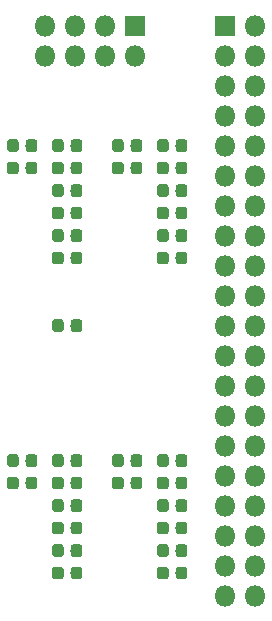
<source format=gbs>
G04 #@! TF.GenerationSoftware,KiCad,Pcbnew,5.0.0-rc2-unknown-06ff563~65~ubuntu18.04.1*
G04 #@! TF.CreationDate,2018-06-29T13:07:05+02:00*
G04 #@! TF.ProjectId,raspi3-4xMCP2517FD,7261737069332D34784D435032353137,rev?*
G04 #@! TF.SameCoordinates,Original*
G04 #@! TF.FileFunction,Soldermask,Bot*
G04 #@! TF.FilePolarity,Negative*
%FSLAX46Y46*%
G04 Gerber Fmt 4.6, Leading zero omitted, Abs format (unit mm)*
G04 Created by KiCad (PCBNEW 5.0.0-rc2-unknown-06ff563~65~ubuntu18.04.1) date Fri Jun 29 13:07:05 2018*
%MOMM*%
%LPD*%
G01*
G04 APERTURE LIST*
%ADD10C,0.100000*%
%ADD11C,0.976600*%
%ADD12R,1.801600X1.801600*%
%ADD13O,1.801600X1.801600*%
G04 APERTURE END LIST*
D10*
G04 #@! TO.C,R6*
G36*
X87745581Y-42655376D02*
X87769281Y-42658891D01*
X87792523Y-42664713D01*
X87815082Y-42672785D01*
X87836742Y-42683029D01*
X87857292Y-42695347D01*
X87876537Y-42709619D01*
X87894290Y-42725710D01*
X87910381Y-42743463D01*
X87924653Y-42762708D01*
X87936971Y-42783258D01*
X87947215Y-42804918D01*
X87955287Y-42827477D01*
X87961109Y-42850719D01*
X87964624Y-42874419D01*
X87965800Y-42898350D01*
X87965800Y-43461650D01*
X87964624Y-43485581D01*
X87961109Y-43509281D01*
X87955287Y-43532523D01*
X87947215Y-43555082D01*
X87936971Y-43576742D01*
X87924653Y-43597292D01*
X87910381Y-43616537D01*
X87894290Y-43634290D01*
X87876537Y-43650381D01*
X87857292Y-43664653D01*
X87836742Y-43676971D01*
X87815082Y-43687215D01*
X87792523Y-43695287D01*
X87769281Y-43701109D01*
X87745581Y-43704624D01*
X87721650Y-43705800D01*
X87233350Y-43705800D01*
X87209419Y-43704624D01*
X87185719Y-43701109D01*
X87162477Y-43695287D01*
X87139918Y-43687215D01*
X87118258Y-43676971D01*
X87097708Y-43664653D01*
X87078463Y-43650381D01*
X87060710Y-43634290D01*
X87044619Y-43616537D01*
X87030347Y-43597292D01*
X87018029Y-43576742D01*
X87007785Y-43555082D01*
X86999713Y-43532523D01*
X86993891Y-43509281D01*
X86990376Y-43485581D01*
X86989200Y-43461650D01*
X86989200Y-42898350D01*
X86990376Y-42874419D01*
X86993891Y-42850719D01*
X86999713Y-42827477D01*
X87007785Y-42804918D01*
X87018029Y-42783258D01*
X87030347Y-42762708D01*
X87044619Y-42743463D01*
X87060710Y-42725710D01*
X87078463Y-42709619D01*
X87097708Y-42695347D01*
X87118258Y-42683029D01*
X87139918Y-42672785D01*
X87162477Y-42664713D01*
X87185719Y-42658891D01*
X87209419Y-42655376D01*
X87233350Y-42654200D01*
X87721650Y-42654200D01*
X87745581Y-42655376D01*
X87745581Y-42655376D01*
G37*
D11*
X87477500Y-43180000D03*
D10*
G36*
X89320581Y-42655376D02*
X89344281Y-42658891D01*
X89367523Y-42664713D01*
X89390082Y-42672785D01*
X89411742Y-42683029D01*
X89432292Y-42695347D01*
X89451537Y-42709619D01*
X89469290Y-42725710D01*
X89485381Y-42743463D01*
X89499653Y-42762708D01*
X89511971Y-42783258D01*
X89522215Y-42804918D01*
X89530287Y-42827477D01*
X89536109Y-42850719D01*
X89539624Y-42874419D01*
X89540800Y-42898350D01*
X89540800Y-43461650D01*
X89539624Y-43485581D01*
X89536109Y-43509281D01*
X89530287Y-43532523D01*
X89522215Y-43555082D01*
X89511971Y-43576742D01*
X89499653Y-43597292D01*
X89485381Y-43616537D01*
X89469290Y-43634290D01*
X89451537Y-43650381D01*
X89432292Y-43664653D01*
X89411742Y-43676971D01*
X89390082Y-43687215D01*
X89367523Y-43695287D01*
X89344281Y-43701109D01*
X89320581Y-43704624D01*
X89296650Y-43705800D01*
X88808350Y-43705800D01*
X88784419Y-43704624D01*
X88760719Y-43701109D01*
X88737477Y-43695287D01*
X88714918Y-43687215D01*
X88693258Y-43676971D01*
X88672708Y-43664653D01*
X88653463Y-43650381D01*
X88635710Y-43634290D01*
X88619619Y-43616537D01*
X88605347Y-43597292D01*
X88593029Y-43576742D01*
X88582785Y-43555082D01*
X88574713Y-43532523D01*
X88568891Y-43509281D01*
X88565376Y-43485581D01*
X88564200Y-43461650D01*
X88564200Y-42898350D01*
X88565376Y-42874419D01*
X88568891Y-42850719D01*
X88574713Y-42827477D01*
X88582785Y-42804918D01*
X88593029Y-42783258D01*
X88605347Y-42762708D01*
X88619619Y-42743463D01*
X88635710Y-42725710D01*
X88653463Y-42709619D01*
X88672708Y-42695347D01*
X88693258Y-42683029D01*
X88714918Y-42672785D01*
X88737477Y-42664713D01*
X88760719Y-42658891D01*
X88784419Y-42655376D01*
X88808350Y-42654200D01*
X89296650Y-42654200D01*
X89320581Y-42655376D01*
X89320581Y-42655376D01*
G37*
D11*
X89052500Y-43180000D03*
G04 #@! TD*
D10*
G04 #@! TO.C,R4*
G36*
X98210581Y-36940376D02*
X98234281Y-36943891D01*
X98257523Y-36949713D01*
X98280082Y-36957785D01*
X98301742Y-36968029D01*
X98322292Y-36980347D01*
X98341537Y-36994619D01*
X98359290Y-37010710D01*
X98375381Y-37028463D01*
X98389653Y-37047708D01*
X98401971Y-37068258D01*
X98412215Y-37089918D01*
X98420287Y-37112477D01*
X98426109Y-37135719D01*
X98429624Y-37159419D01*
X98430800Y-37183350D01*
X98430800Y-37746650D01*
X98429624Y-37770581D01*
X98426109Y-37794281D01*
X98420287Y-37817523D01*
X98412215Y-37840082D01*
X98401971Y-37861742D01*
X98389653Y-37882292D01*
X98375381Y-37901537D01*
X98359290Y-37919290D01*
X98341537Y-37935381D01*
X98322292Y-37949653D01*
X98301742Y-37961971D01*
X98280082Y-37972215D01*
X98257523Y-37980287D01*
X98234281Y-37986109D01*
X98210581Y-37989624D01*
X98186650Y-37990800D01*
X97698350Y-37990800D01*
X97674419Y-37989624D01*
X97650719Y-37986109D01*
X97627477Y-37980287D01*
X97604918Y-37972215D01*
X97583258Y-37961971D01*
X97562708Y-37949653D01*
X97543463Y-37935381D01*
X97525710Y-37919290D01*
X97509619Y-37901537D01*
X97495347Y-37882292D01*
X97483029Y-37861742D01*
X97472785Y-37840082D01*
X97464713Y-37817523D01*
X97458891Y-37794281D01*
X97455376Y-37770581D01*
X97454200Y-37746650D01*
X97454200Y-37183350D01*
X97455376Y-37159419D01*
X97458891Y-37135719D01*
X97464713Y-37112477D01*
X97472785Y-37089918D01*
X97483029Y-37068258D01*
X97495347Y-37047708D01*
X97509619Y-37028463D01*
X97525710Y-37010710D01*
X97543463Y-36994619D01*
X97562708Y-36980347D01*
X97583258Y-36968029D01*
X97604918Y-36957785D01*
X97627477Y-36949713D01*
X97650719Y-36943891D01*
X97674419Y-36940376D01*
X97698350Y-36939200D01*
X98186650Y-36939200D01*
X98210581Y-36940376D01*
X98210581Y-36940376D01*
G37*
D11*
X97942500Y-37465000D03*
D10*
G36*
X96635581Y-36940376D02*
X96659281Y-36943891D01*
X96682523Y-36949713D01*
X96705082Y-36957785D01*
X96726742Y-36968029D01*
X96747292Y-36980347D01*
X96766537Y-36994619D01*
X96784290Y-37010710D01*
X96800381Y-37028463D01*
X96814653Y-37047708D01*
X96826971Y-37068258D01*
X96837215Y-37089918D01*
X96845287Y-37112477D01*
X96851109Y-37135719D01*
X96854624Y-37159419D01*
X96855800Y-37183350D01*
X96855800Y-37746650D01*
X96854624Y-37770581D01*
X96851109Y-37794281D01*
X96845287Y-37817523D01*
X96837215Y-37840082D01*
X96826971Y-37861742D01*
X96814653Y-37882292D01*
X96800381Y-37901537D01*
X96784290Y-37919290D01*
X96766537Y-37935381D01*
X96747292Y-37949653D01*
X96726742Y-37961971D01*
X96705082Y-37972215D01*
X96682523Y-37980287D01*
X96659281Y-37986109D01*
X96635581Y-37989624D01*
X96611650Y-37990800D01*
X96123350Y-37990800D01*
X96099419Y-37989624D01*
X96075719Y-37986109D01*
X96052477Y-37980287D01*
X96029918Y-37972215D01*
X96008258Y-37961971D01*
X95987708Y-37949653D01*
X95968463Y-37935381D01*
X95950710Y-37919290D01*
X95934619Y-37901537D01*
X95920347Y-37882292D01*
X95908029Y-37861742D01*
X95897785Y-37840082D01*
X95889713Y-37817523D01*
X95883891Y-37794281D01*
X95880376Y-37770581D01*
X95879200Y-37746650D01*
X95879200Y-37183350D01*
X95880376Y-37159419D01*
X95883891Y-37135719D01*
X95889713Y-37112477D01*
X95897785Y-37089918D01*
X95908029Y-37068258D01*
X95920347Y-37047708D01*
X95934619Y-37028463D01*
X95950710Y-37010710D01*
X95968463Y-36994619D01*
X95987708Y-36980347D01*
X96008258Y-36968029D01*
X96029918Y-36957785D01*
X96052477Y-36949713D01*
X96075719Y-36943891D01*
X96099419Y-36940376D01*
X96123350Y-36939200D01*
X96611650Y-36939200D01*
X96635581Y-36940376D01*
X96635581Y-36940376D01*
G37*
D11*
X96367500Y-37465000D03*
G04 #@! TD*
D10*
G04 #@! TO.C,R3*
G36*
X98210581Y-63610376D02*
X98234281Y-63613891D01*
X98257523Y-63619713D01*
X98280082Y-63627785D01*
X98301742Y-63638029D01*
X98322292Y-63650347D01*
X98341537Y-63664619D01*
X98359290Y-63680710D01*
X98375381Y-63698463D01*
X98389653Y-63717708D01*
X98401971Y-63738258D01*
X98412215Y-63759918D01*
X98420287Y-63782477D01*
X98426109Y-63805719D01*
X98429624Y-63829419D01*
X98430800Y-63853350D01*
X98430800Y-64416650D01*
X98429624Y-64440581D01*
X98426109Y-64464281D01*
X98420287Y-64487523D01*
X98412215Y-64510082D01*
X98401971Y-64531742D01*
X98389653Y-64552292D01*
X98375381Y-64571537D01*
X98359290Y-64589290D01*
X98341537Y-64605381D01*
X98322292Y-64619653D01*
X98301742Y-64631971D01*
X98280082Y-64642215D01*
X98257523Y-64650287D01*
X98234281Y-64656109D01*
X98210581Y-64659624D01*
X98186650Y-64660800D01*
X97698350Y-64660800D01*
X97674419Y-64659624D01*
X97650719Y-64656109D01*
X97627477Y-64650287D01*
X97604918Y-64642215D01*
X97583258Y-64631971D01*
X97562708Y-64619653D01*
X97543463Y-64605381D01*
X97525710Y-64589290D01*
X97509619Y-64571537D01*
X97495347Y-64552292D01*
X97483029Y-64531742D01*
X97472785Y-64510082D01*
X97464713Y-64487523D01*
X97458891Y-64464281D01*
X97455376Y-64440581D01*
X97454200Y-64416650D01*
X97454200Y-63853350D01*
X97455376Y-63829419D01*
X97458891Y-63805719D01*
X97464713Y-63782477D01*
X97472785Y-63759918D01*
X97483029Y-63738258D01*
X97495347Y-63717708D01*
X97509619Y-63698463D01*
X97525710Y-63680710D01*
X97543463Y-63664619D01*
X97562708Y-63650347D01*
X97583258Y-63638029D01*
X97604918Y-63627785D01*
X97627477Y-63619713D01*
X97650719Y-63613891D01*
X97674419Y-63610376D01*
X97698350Y-63609200D01*
X98186650Y-63609200D01*
X98210581Y-63610376D01*
X98210581Y-63610376D01*
G37*
D11*
X97942500Y-64135000D03*
D10*
G36*
X96635581Y-63610376D02*
X96659281Y-63613891D01*
X96682523Y-63619713D01*
X96705082Y-63627785D01*
X96726742Y-63638029D01*
X96747292Y-63650347D01*
X96766537Y-63664619D01*
X96784290Y-63680710D01*
X96800381Y-63698463D01*
X96814653Y-63717708D01*
X96826971Y-63738258D01*
X96837215Y-63759918D01*
X96845287Y-63782477D01*
X96851109Y-63805719D01*
X96854624Y-63829419D01*
X96855800Y-63853350D01*
X96855800Y-64416650D01*
X96854624Y-64440581D01*
X96851109Y-64464281D01*
X96845287Y-64487523D01*
X96837215Y-64510082D01*
X96826971Y-64531742D01*
X96814653Y-64552292D01*
X96800381Y-64571537D01*
X96784290Y-64589290D01*
X96766537Y-64605381D01*
X96747292Y-64619653D01*
X96726742Y-64631971D01*
X96705082Y-64642215D01*
X96682523Y-64650287D01*
X96659281Y-64656109D01*
X96635581Y-64659624D01*
X96611650Y-64660800D01*
X96123350Y-64660800D01*
X96099419Y-64659624D01*
X96075719Y-64656109D01*
X96052477Y-64650287D01*
X96029918Y-64642215D01*
X96008258Y-64631971D01*
X95987708Y-64619653D01*
X95968463Y-64605381D01*
X95950710Y-64589290D01*
X95934619Y-64571537D01*
X95920347Y-64552292D01*
X95908029Y-64531742D01*
X95897785Y-64510082D01*
X95889713Y-64487523D01*
X95883891Y-64464281D01*
X95880376Y-64440581D01*
X95879200Y-64416650D01*
X95879200Y-63853350D01*
X95880376Y-63829419D01*
X95883891Y-63805719D01*
X95889713Y-63782477D01*
X95897785Y-63759918D01*
X95908029Y-63738258D01*
X95920347Y-63717708D01*
X95934619Y-63698463D01*
X95950710Y-63680710D01*
X95968463Y-63664619D01*
X95987708Y-63650347D01*
X96008258Y-63638029D01*
X96029918Y-63627785D01*
X96052477Y-63619713D01*
X96075719Y-63613891D01*
X96099419Y-63610376D01*
X96123350Y-63609200D01*
X96611650Y-63609200D01*
X96635581Y-63610376D01*
X96635581Y-63610376D01*
G37*
D11*
X96367500Y-64135000D03*
G04 #@! TD*
D10*
G04 #@! TO.C,R2*
G36*
X89320581Y-36940376D02*
X89344281Y-36943891D01*
X89367523Y-36949713D01*
X89390082Y-36957785D01*
X89411742Y-36968029D01*
X89432292Y-36980347D01*
X89451537Y-36994619D01*
X89469290Y-37010710D01*
X89485381Y-37028463D01*
X89499653Y-37047708D01*
X89511971Y-37068258D01*
X89522215Y-37089918D01*
X89530287Y-37112477D01*
X89536109Y-37135719D01*
X89539624Y-37159419D01*
X89540800Y-37183350D01*
X89540800Y-37746650D01*
X89539624Y-37770581D01*
X89536109Y-37794281D01*
X89530287Y-37817523D01*
X89522215Y-37840082D01*
X89511971Y-37861742D01*
X89499653Y-37882292D01*
X89485381Y-37901537D01*
X89469290Y-37919290D01*
X89451537Y-37935381D01*
X89432292Y-37949653D01*
X89411742Y-37961971D01*
X89390082Y-37972215D01*
X89367523Y-37980287D01*
X89344281Y-37986109D01*
X89320581Y-37989624D01*
X89296650Y-37990800D01*
X88808350Y-37990800D01*
X88784419Y-37989624D01*
X88760719Y-37986109D01*
X88737477Y-37980287D01*
X88714918Y-37972215D01*
X88693258Y-37961971D01*
X88672708Y-37949653D01*
X88653463Y-37935381D01*
X88635710Y-37919290D01*
X88619619Y-37901537D01*
X88605347Y-37882292D01*
X88593029Y-37861742D01*
X88582785Y-37840082D01*
X88574713Y-37817523D01*
X88568891Y-37794281D01*
X88565376Y-37770581D01*
X88564200Y-37746650D01*
X88564200Y-37183350D01*
X88565376Y-37159419D01*
X88568891Y-37135719D01*
X88574713Y-37112477D01*
X88582785Y-37089918D01*
X88593029Y-37068258D01*
X88605347Y-37047708D01*
X88619619Y-37028463D01*
X88635710Y-37010710D01*
X88653463Y-36994619D01*
X88672708Y-36980347D01*
X88693258Y-36968029D01*
X88714918Y-36957785D01*
X88737477Y-36949713D01*
X88760719Y-36943891D01*
X88784419Y-36940376D01*
X88808350Y-36939200D01*
X89296650Y-36939200D01*
X89320581Y-36940376D01*
X89320581Y-36940376D01*
G37*
D11*
X89052500Y-37465000D03*
D10*
G36*
X87745581Y-36940376D02*
X87769281Y-36943891D01*
X87792523Y-36949713D01*
X87815082Y-36957785D01*
X87836742Y-36968029D01*
X87857292Y-36980347D01*
X87876537Y-36994619D01*
X87894290Y-37010710D01*
X87910381Y-37028463D01*
X87924653Y-37047708D01*
X87936971Y-37068258D01*
X87947215Y-37089918D01*
X87955287Y-37112477D01*
X87961109Y-37135719D01*
X87964624Y-37159419D01*
X87965800Y-37183350D01*
X87965800Y-37746650D01*
X87964624Y-37770581D01*
X87961109Y-37794281D01*
X87955287Y-37817523D01*
X87947215Y-37840082D01*
X87936971Y-37861742D01*
X87924653Y-37882292D01*
X87910381Y-37901537D01*
X87894290Y-37919290D01*
X87876537Y-37935381D01*
X87857292Y-37949653D01*
X87836742Y-37961971D01*
X87815082Y-37972215D01*
X87792523Y-37980287D01*
X87769281Y-37986109D01*
X87745581Y-37989624D01*
X87721650Y-37990800D01*
X87233350Y-37990800D01*
X87209419Y-37989624D01*
X87185719Y-37986109D01*
X87162477Y-37980287D01*
X87139918Y-37972215D01*
X87118258Y-37961971D01*
X87097708Y-37949653D01*
X87078463Y-37935381D01*
X87060710Y-37919290D01*
X87044619Y-37901537D01*
X87030347Y-37882292D01*
X87018029Y-37861742D01*
X87007785Y-37840082D01*
X86999713Y-37817523D01*
X86993891Y-37794281D01*
X86990376Y-37770581D01*
X86989200Y-37746650D01*
X86989200Y-37183350D01*
X86990376Y-37159419D01*
X86993891Y-37135719D01*
X86999713Y-37112477D01*
X87007785Y-37089918D01*
X87018029Y-37068258D01*
X87030347Y-37047708D01*
X87044619Y-37028463D01*
X87060710Y-37010710D01*
X87078463Y-36994619D01*
X87097708Y-36980347D01*
X87118258Y-36968029D01*
X87139918Y-36957785D01*
X87162477Y-36949713D01*
X87185719Y-36943891D01*
X87209419Y-36940376D01*
X87233350Y-36939200D01*
X87721650Y-36939200D01*
X87745581Y-36940376D01*
X87745581Y-36940376D01*
G37*
D11*
X87477500Y-37465000D03*
G04 #@! TD*
D10*
G04 #@! TO.C,R1*
G36*
X87745581Y-63610376D02*
X87769281Y-63613891D01*
X87792523Y-63619713D01*
X87815082Y-63627785D01*
X87836742Y-63638029D01*
X87857292Y-63650347D01*
X87876537Y-63664619D01*
X87894290Y-63680710D01*
X87910381Y-63698463D01*
X87924653Y-63717708D01*
X87936971Y-63738258D01*
X87947215Y-63759918D01*
X87955287Y-63782477D01*
X87961109Y-63805719D01*
X87964624Y-63829419D01*
X87965800Y-63853350D01*
X87965800Y-64416650D01*
X87964624Y-64440581D01*
X87961109Y-64464281D01*
X87955287Y-64487523D01*
X87947215Y-64510082D01*
X87936971Y-64531742D01*
X87924653Y-64552292D01*
X87910381Y-64571537D01*
X87894290Y-64589290D01*
X87876537Y-64605381D01*
X87857292Y-64619653D01*
X87836742Y-64631971D01*
X87815082Y-64642215D01*
X87792523Y-64650287D01*
X87769281Y-64656109D01*
X87745581Y-64659624D01*
X87721650Y-64660800D01*
X87233350Y-64660800D01*
X87209419Y-64659624D01*
X87185719Y-64656109D01*
X87162477Y-64650287D01*
X87139918Y-64642215D01*
X87118258Y-64631971D01*
X87097708Y-64619653D01*
X87078463Y-64605381D01*
X87060710Y-64589290D01*
X87044619Y-64571537D01*
X87030347Y-64552292D01*
X87018029Y-64531742D01*
X87007785Y-64510082D01*
X86999713Y-64487523D01*
X86993891Y-64464281D01*
X86990376Y-64440581D01*
X86989200Y-64416650D01*
X86989200Y-63853350D01*
X86990376Y-63829419D01*
X86993891Y-63805719D01*
X86999713Y-63782477D01*
X87007785Y-63759918D01*
X87018029Y-63738258D01*
X87030347Y-63717708D01*
X87044619Y-63698463D01*
X87060710Y-63680710D01*
X87078463Y-63664619D01*
X87097708Y-63650347D01*
X87118258Y-63638029D01*
X87139918Y-63627785D01*
X87162477Y-63619713D01*
X87185719Y-63613891D01*
X87209419Y-63610376D01*
X87233350Y-63609200D01*
X87721650Y-63609200D01*
X87745581Y-63610376D01*
X87745581Y-63610376D01*
G37*
D11*
X87477500Y-64135000D03*
D10*
G36*
X89320581Y-63610376D02*
X89344281Y-63613891D01*
X89367523Y-63619713D01*
X89390082Y-63627785D01*
X89411742Y-63638029D01*
X89432292Y-63650347D01*
X89451537Y-63664619D01*
X89469290Y-63680710D01*
X89485381Y-63698463D01*
X89499653Y-63717708D01*
X89511971Y-63738258D01*
X89522215Y-63759918D01*
X89530287Y-63782477D01*
X89536109Y-63805719D01*
X89539624Y-63829419D01*
X89540800Y-63853350D01*
X89540800Y-64416650D01*
X89539624Y-64440581D01*
X89536109Y-64464281D01*
X89530287Y-64487523D01*
X89522215Y-64510082D01*
X89511971Y-64531742D01*
X89499653Y-64552292D01*
X89485381Y-64571537D01*
X89469290Y-64589290D01*
X89451537Y-64605381D01*
X89432292Y-64619653D01*
X89411742Y-64631971D01*
X89390082Y-64642215D01*
X89367523Y-64650287D01*
X89344281Y-64656109D01*
X89320581Y-64659624D01*
X89296650Y-64660800D01*
X88808350Y-64660800D01*
X88784419Y-64659624D01*
X88760719Y-64656109D01*
X88737477Y-64650287D01*
X88714918Y-64642215D01*
X88693258Y-64631971D01*
X88672708Y-64619653D01*
X88653463Y-64605381D01*
X88635710Y-64589290D01*
X88619619Y-64571537D01*
X88605347Y-64552292D01*
X88593029Y-64531742D01*
X88582785Y-64510082D01*
X88574713Y-64487523D01*
X88568891Y-64464281D01*
X88565376Y-64440581D01*
X88564200Y-64416650D01*
X88564200Y-63853350D01*
X88565376Y-63829419D01*
X88568891Y-63805719D01*
X88574713Y-63782477D01*
X88582785Y-63759918D01*
X88593029Y-63738258D01*
X88605347Y-63717708D01*
X88619619Y-63698463D01*
X88635710Y-63680710D01*
X88653463Y-63664619D01*
X88672708Y-63650347D01*
X88693258Y-63638029D01*
X88714918Y-63627785D01*
X88737477Y-63619713D01*
X88760719Y-63613891D01*
X88784419Y-63610376D01*
X88808350Y-63609200D01*
X89296650Y-63609200D01*
X89320581Y-63610376D01*
X89320581Y-63610376D01*
G37*
D11*
X89052500Y-64135000D03*
G04 #@! TD*
D10*
G04 #@! TO.C,R5*
G36*
X89320581Y-69325376D02*
X89344281Y-69328891D01*
X89367523Y-69334713D01*
X89390082Y-69342785D01*
X89411742Y-69353029D01*
X89432292Y-69365347D01*
X89451537Y-69379619D01*
X89469290Y-69395710D01*
X89485381Y-69413463D01*
X89499653Y-69432708D01*
X89511971Y-69453258D01*
X89522215Y-69474918D01*
X89530287Y-69497477D01*
X89536109Y-69520719D01*
X89539624Y-69544419D01*
X89540800Y-69568350D01*
X89540800Y-70131650D01*
X89539624Y-70155581D01*
X89536109Y-70179281D01*
X89530287Y-70202523D01*
X89522215Y-70225082D01*
X89511971Y-70246742D01*
X89499653Y-70267292D01*
X89485381Y-70286537D01*
X89469290Y-70304290D01*
X89451537Y-70320381D01*
X89432292Y-70334653D01*
X89411742Y-70346971D01*
X89390082Y-70357215D01*
X89367523Y-70365287D01*
X89344281Y-70371109D01*
X89320581Y-70374624D01*
X89296650Y-70375800D01*
X88808350Y-70375800D01*
X88784419Y-70374624D01*
X88760719Y-70371109D01*
X88737477Y-70365287D01*
X88714918Y-70357215D01*
X88693258Y-70346971D01*
X88672708Y-70334653D01*
X88653463Y-70320381D01*
X88635710Y-70304290D01*
X88619619Y-70286537D01*
X88605347Y-70267292D01*
X88593029Y-70246742D01*
X88582785Y-70225082D01*
X88574713Y-70202523D01*
X88568891Y-70179281D01*
X88565376Y-70155581D01*
X88564200Y-70131650D01*
X88564200Y-69568350D01*
X88565376Y-69544419D01*
X88568891Y-69520719D01*
X88574713Y-69497477D01*
X88582785Y-69474918D01*
X88593029Y-69453258D01*
X88605347Y-69432708D01*
X88619619Y-69413463D01*
X88635710Y-69395710D01*
X88653463Y-69379619D01*
X88672708Y-69365347D01*
X88693258Y-69353029D01*
X88714918Y-69342785D01*
X88737477Y-69334713D01*
X88760719Y-69328891D01*
X88784419Y-69325376D01*
X88808350Y-69324200D01*
X89296650Y-69324200D01*
X89320581Y-69325376D01*
X89320581Y-69325376D01*
G37*
D11*
X89052500Y-69850000D03*
D10*
G36*
X87745581Y-69325376D02*
X87769281Y-69328891D01*
X87792523Y-69334713D01*
X87815082Y-69342785D01*
X87836742Y-69353029D01*
X87857292Y-69365347D01*
X87876537Y-69379619D01*
X87894290Y-69395710D01*
X87910381Y-69413463D01*
X87924653Y-69432708D01*
X87936971Y-69453258D01*
X87947215Y-69474918D01*
X87955287Y-69497477D01*
X87961109Y-69520719D01*
X87964624Y-69544419D01*
X87965800Y-69568350D01*
X87965800Y-70131650D01*
X87964624Y-70155581D01*
X87961109Y-70179281D01*
X87955287Y-70202523D01*
X87947215Y-70225082D01*
X87936971Y-70246742D01*
X87924653Y-70267292D01*
X87910381Y-70286537D01*
X87894290Y-70304290D01*
X87876537Y-70320381D01*
X87857292Y-70334653D01*
X87836742Y-70346971D01*
X87815082Y-70357215D01*
X87792523Y-70365287D01*
X87769281Y-70371109D01*
X87745581Y-70374624D01*
X87721650Y-70375800D01*
X87233350Y-70375800D01*
X87209419Y-70374624D01*
X87185719Y-70371109D01*
X87162477Y-70365287D01*
X87139918Y-70357215D01*
X87118258Y-70346971D01*
X87097708Y-70334653D01*
X87078463Y-70320381D01*
X87060710Y-70304290D01*
X87044619Y-70286537D01*
X87030347Y-70267292D01*
X87018029Y-70246742D01*
X87007785Y-70225082D01*
X86999713Y-70202523D01*
X86993891Y-70179281D01*
X86990376Y-70155581D01*
X86989200Y-70131650D01*
X86989200Y-69568350D01*
X86990376Y-69544419D01*
X86993891Y-69520719D01*
X86999713Y-69497477D01*
X87007785Y-69474918D01*
X87018029Y-69453258D01*
X87030347Y-69432708D01*
X87044619Y-69413463D01*
X87060710Y-69395710D01*
X87078463Y-69379619D01*
X87097708Y-69365347D01*
X87118258Y-69353029D01*
X87139918Y-69342785D01*
X87162477Y-69334713D01*
X87185719Y-69328891D01*
X87209419Y-69325376D01*
X87233350Y-69324200D01*
X87721650Y-69324200D01*
X87745581Y-69325376D01*
X87745581Y-69325376D01*
G37*
D11*
X87477500Y-69850000D03*
G04 #@! TD*
D10*
G04 #@! TO.C,R7*
G36*
X98210581Y-69325376D02*
X98234281Y-69328891D01*
X98257523Y-69334713D01*
X98280082Y-69342785D01*
X98301742Y-69353029D01*
X98322292Y-69365347D01*
X98341537Y-69379619D01*
X98359290Y-69395710D01*
X98375381Y-69413463D01*
X98389653Y-69432708D01*
X98401971Y-69453258D01*
X98412215Y-69474918D01*
X98420287Y-69497477D01*
X98426109Y-69520719D01*
X98429624Y-69544419D01*
X98430800Y-69568350D01*
X98430800Y-70131650D01*
X98429624Y-70155581D01*
X98426109Y-70179281D01*
X98420287Y-70202523D01*
X98412215Y-70225082D01*
X98401971Y-70246742D01*
X98389653Y-70267292D01*
X98375381Y-70286537D01*
X98359290Y-70304290D01*
X98341537Y-70320381D01*
X98322292Y-70334653D01*
X98301742Y-70346971D01*
X98280082Y-70357215D01*
X98257523Y-70365287D01*
X98234281Y-70371109D01*
X98210581Y-70374624D01*
X98186650Y-70375800D01*
X97698350Y-70375800D01*
X97674419Y-70374624D01*
X97650719Y-70371109D01*
X97627477Y-70365287D01*
X97604918Y-70357215D01*
X97583258Y-70346971D01*
X97562708Y-70334653D01*
X97543463Y-70320381D01*
X97525710Y-70304290D01*
X97509619Y-70286537D01*
X97495347Y-70267292D01*
X97483029Y-70246742D01*
X97472785Y-70225082D01*
X97464713Y-70202523D01*
X97458891Y-70179281D01*
X97455376Y-70155581D01*
X97454200Y-70131650D01*
X97454200Y-69568350D01*
X97455376Y-69544419D01*
X97458891Y-69520719D01*
X97464713Y-69497477D01*
X97472785Y-69474918D01*
X97483029Y-69453258D01*
X97495347Y-69432708D01*
X97509619Y-69413463D01*
X97525710Y-69395710D01*
X97543463Y-69379619D01*
X97562708Y-69365347D01*
X97583258Y-69353029D01*
X97604918Y-69342785D01*
X97627477Y-69334713D01*
X97650719Y-69328891D01*
X97674419Y-69325376D01*
X97698350Y-69324200D01*
X98186650Y-69324200D01*
X98210581Y-69325376D01*
X98210581Y-69325376D01*
G37*
D11*
X97942500Y-69850000D03*
D10*
G36*
X96635581Y-69325376D02*
X96659281Y-69328891D01*
X96682523Y-69334713D01*
X96705082Y-69342785D01*
X96726742Y-69353029D01*
X96747292Y-69365347D01*
X96766537Y-69379619D01*
X96784290Y-69395710D01*
X96800381Y-69413463D01*
X96814653Y-69432708D01*
X96826971Y-69453258D01*
X96837215Y-69474918D01*
X96845287Y-69497477D01*
X96851109Y-69520719D01*
X96854624Y-69544419D01*
X96855800Y-69568350D01*
X96855800Y-70131650D01*
X96854624Y-70155581D01*
X96851109Y-70179281D01*
X96845287Y-70202523D01*
X96837215Y-70225082D01*
X96826971Y-70246742D01*
X96814653Y-70267292D01*
X96800381Y-70286537D01*
X96784290Y-70304290D01*
X96766537Y-70320381D01*
X96747292Y-70334653D01*
X96726742Y-70346971D01*
X96705082Y-70357215D01*
X96682523Y-70365287D01*
X96659281Y-70371109D01*
X96635581Y-70374624D01*
X96611650Y-70375800D01*
X96123350Y-70375800D01*
X96099419Y-70374624D01*
X96075719Y-70371109D01*
X96052477Y-70365287D01*
X96029918Y-70357215D01*
X96008258Y-70346971D01*
X95987708Y-70334653D01*
X95968463Y-70320381D01*
X95950710Y-70304290D01*
X95934619Y-70286537D01*
X95920347Y-70267292D01*
X95908029Y-70246742D01*
X95897785Y-70225082D01*
X95889713Y-70202523D01*
X95883891Y-70179281D01*
X95880376Y-70155581D01*
X95879200Y-70131650D01*
X95879200Y-69568350D01*
X95880376Y-69544419D01*
X95883891Y-69520719D01*
X95889713Y-69497477D01*
X95897785Y-69474918D01*
X95908029Y-69453258D01*
X95920347Y-69432708D01*
X95934619Y-69413463D01*
X95950710Y-69395710D01*
X95968463Y-69379619D01*
X95987708Y-69365347D01*
X96008258Y-69353029D01*
X96029918Y-69342785D01*
X96052477Y-69334713D01*
X96075719Y-69328891D01*
X96099419Y-69325376D01*
X96123350Y-69324200D01*
X96611650Y-69324200D01*
X96635581Y-69325376D01*
X96635581Y-69325376D01*
G37*
D11*
X96367500Y-69850000D03*
G04 #@! TD*
D10*
G04 #@! TO.C,R8*
G36*
X98210581Y-42655376D02*
X98234281Y-42658891D01*
X98257523Y-42664713D01*
X98280082Y-42672785D01*
X98301742Y-42683029D01*
X98322292Y-42695347D01*
X98341537Y-42709619D01*
X98359290Y-42725710D01*
X98375381Y-42743463D01*
X98389653Y-42762708D01*
X98401971Y-42783258D01*
X98412215Y-42804918D01*
X98420287Y-42827477D01*
X98426109Y-42850719D01*
X98429624Y-42874419D01*
X98430800Y-42898350D01*
X98430800Y-43461650D01*
X98429624Y-43485581D01*
X98426109Y-43509281D01*
X98420287Y-43532523D01*
X98412215Y-43555082D01*
X98401971Y-43576742D01*
X98389653Y-43597292D01*
X98375381Y-43616537D01*
X98359290Y-43634290D01*
X98341537Y-43650381D01*
X98322292Y-43664653D01*
X98301742Y-43676971D01*
X98280082Y-43687215D01*
X98257523Y-43695287D01*
X98234281Y-43701109D01*
X98210581Y-43704624D01*
X98186650Y-43705800D01*
X97698350Y-43705800D01*
X97674419Y-43704624D01*
X97650719Y-43701109D01*
X97627477Y-43695287D01*
X97604918Y-43687215D01*
X97583258Y-43676971D01*
X97562708Y-43664653D01*
X97543463Y-43650381D01*
X97525710Y-43634290D01*
X97509619Y-43616537D01*
X97495347Y-43597292D01*
X97483029Y-43576742D01*
X97472785Y-43555082D01*
X97464713Y-43532523D01*
X97458891Y-43509281D01*
X97455376Y-43485581D01*
X97454200Y-43461650D01*
X97454200Y-42898350D01*
X97455376Y-42874419D01*
X97458891Y-42850719D01*
X97464713Y-42827477D01*
X97472785Y-42804918D01*
X97483029Y-42783258D01*
X97495347Y-42762708D01*
X97509619Y-42743463D01*
X97525710Y-42725710D01*
X97543463Y-42709619D01*
X97562708Y-42695347D01*
X97583258Y-42683029D01*
X97604918Y-42672785D01*
X97627477Y-42664713D01*
X97650719Y-42658891D01*
X97674419Y-42655376D01*
X97698350Y-42654200D01*
X98186650Y-42654200D01*
X98210581Y-42655376D01*
X98210581Y-42655376D01*
G37*
D11*
X97942500Y-43180000D03*
D10*
G36*
X96635581Y-42655376D02*
X96659281Y-42658891D01*
X96682523Y-42664713D01*
X96705082Y-42672785D01*
X96726742Y-42683029D01*
X96747292Y-42695347D01*
X96766537Y-42709619D01*
X96784290Y-42725710D01*
X96800381Y-42743463D01*
X96814653Y-42762708D01*
X96826971Y-42783258D01*
X96837215Y-42804918D01*
X96845287Y-42827477D01*
X96851109Y-42850719D01*
X96854624Y-42874419D01*
X96855800Y-42898350D01*
X96855800Y-43461650D01*
X96854624Y-43485581D01*
X96851109Y-43509281D01*
X96845287Y-43532523D01*
X96837215Y-43555082D01*
X96826971Y-43576742D01*
X96814653Y-43597292D01*
X96800381Y-43616537D01*
X96784290Y-43634290D01*
X96766537Y-43650381D01*
X96747292Y-43664653D01*
X96726742Y-43676971D01*
X96705082Y-43687215D01*
X96682523Y-43695287D01*
X96659281Y-43701109D01*
X96635581Y-43704624D01*
X96611650Y-43705800D01*
X96123350Y-43705800D01*
X96099419Y-43704624D01*
X96075719Y-43701109D01*
X96052477Y-43695287D01*
X96029918Y-43687215D01*
X96008258Y-43676971D01*
X95987708Y-43664653D01*
X95968463Y-43650381D01*
X95950710Y-43634290D01*
X95934619Y-43616537D01*
X95920347Y-43597292D01*
X95908029Y-43576742D01*
X95897785Y-43555082D01*
X95889713Y-43532523D01*
X95883891Y-43509281D01*
X95880376Y-43485581D01*
X95879200Y-43461650D01*
X95879200Y-42898350D01*
X95880376Y-42874419D01*
X95883891Y-42850719D01*
X95889713Y-42827477D01*
X95897785Y-42804918D01*
X95908029Y-42783258D01*
X95920347Y-42762708D01*
X95934619Y-42743463D01*
X95950710Y-42725710D01*
X95968463Y-42709619D01*
X95987708Y-42695347D01*
X96008258Y-42683029D01*
X96029918Y-42672785D01*
X96052477Y-42664713D01*
X96075719Y-42658891D01*
X96099419Y-42655376D01*
X96123350Y-42654200D01*
X96611650Y-42654200D01*
X96635581Y-42655376D01*
X96635581Y-42655376D01*
G37*
D11*
X96367500Y-43180000D03*
G04 #@! TD*
D10*
G04 #@! TO.C,R9*
G36*
X87745581Y-71230376D02*
X87769281Y-71233891D01*
X87792523Y-71239713D01*
X87815082Y-71247785D01*
X87836742Y-71258029D01*
X87857292Y-71270347D01*
X87876537Y-71284619D01*
X87894290Y-71300710D01*
X87910381Y-71318463D01*
X87924653Y-71337708D01*
X87936971Y-71358258D01*
X87947215Y-71379918D01*
X87955287Y-71402477D01*
X87961109Y-71425719D01*
X87964624Y-71449419D01*
X87965800Y-71473350D01*
X87965800Y-72036650D01*
X87964624Y-72060581D01*
X87961109Y-72084281D01*
X87955287Y-72107523D01*
X87947215Y-72130082D01*
X87936971Y-72151742D01*
X87924653Y-72172292D01*
X87910381Y-72191537D01*
X87894290Y-72209290D01*
X87876537Y-72225381D01*
X87857292Y-72239653D01*
X87836742Y-72251971D01*
X87815082Y-72262215D01*
X87792523Y-72270287D01*
X87769281Y-72276109D01*
X87745581Y-72279624D01*
X87721650Y-72280800D01*
X87233350Y-72280800D01*
X87209419Y-72279624D01*
X87185719Y-72276109D01*
X87162477Y-72270287D01*
X87139918Y-72262215D01*
X87118258Y-72251971D01*
X87097708Y-72239653D01*
X87078463Y-72225381D01*
X87060710Y-72209290D01*
X87044619Y-72191537D01*
X87030347Y-72172292D01*
X87018029Y-72151742D01*
X87007785Y-72130082D01*
X86999713Y-72107523D01*
X86993891Y-72084281D01*
X86990376Y-72060581D01*
X86989200Y-72036650D01*
X86989200Y-71473350D01*
X86990376Y-71449419D01*
X86993891Y-71425719D01*
X86999713Y-71402477D01*
X87007785Y-71379918D01*
X87018029Y-71358258D01*
X87030347Y-71337708D01*
X87044619Y-71318463D01*
X87060710Y-71300710D01*
X87078463Y-71284619D01*
X87097708Y-71270347D01*
X87118258Y-71258029D01*
X87139918Y-71247785D01*
X87162477Y-71239713D01*
X87185719Y-71233891D01*
X87209419Y-71230376D01*
X87233350Y-71229200D01*
X87721650Y-71229200D01*
X87745581Y-71230376D01*
X87745581Y-71230376D01*
G37*
D11*
X87477500Y-71755000D03*
D10*
G36*
X89320581Y-71230376D02*
X89344281Y-71233891D01*
X89367523Y-71239713D01*
X89390082Y-71247785D01*
X89411742Y-71258029D01*
X89432292Y-71270347D01*
X89451537Y-71284619D01*
X89469290Y-71300710D01*
X89485381Y-71318463D01*
X89499653Y-71337708D01*
X89511971Y-71358258D01*
X89522215Y-71379918D01*
X89530287Y-71402477D01*
X89536109Y-71425719D01*
X89539624Y-71449419D01*
X89540800Y-71473350D01*
X89540800Y-72036650D01*
X89539624Y-72060581D01*
X89536109Y-72084281D01*
X89530287Y-72107523D01*
X89522215Y-72130082D01*
X89511971Y-72151742D01*
X89499653Y-72172292D01*
X89485381Y-72191537D01*
X89469290Y-72209290D01*
X89451537Y-72225381D01*
X89432292Y-72239653D01*
X89411742Y-72251971D01*
X89390082Y-72262215D01*
X89367523Y-72270287D01*
X89344281Y-72276109D01*
X89320581Y-72279624D01*
X89296650Y-72280800D01*
X88808350Y-72280800D01*
X88784419Y-72279624D01*
X88760719Y-72276109D01*
X88737477Y-72270287D01*
X88714918Y-72262215D01*
X88693258Y-72251971D01*
X88672708Y-72239653D01*
X88653463Y-72225381D01*
X88635710Y-72209290D01*
X88619619Y-72191537D01*
X88605347Y-72172292D01*
X88593029Y-72151742D01*
X88582785Y-72130082D01*
X88574713Y-72107523D01*
X88568891Y-72084281D01*
X88565376Y-72060581D01*
X88564200Y-72036650D01*
X88564200Y-71473350D01*
X88565376Y-71449419D01*
X88568891Y-71425719D01*
X88574713Y-71402477D01*
X88582785Y-71379918D01*
X88593029Y-71358258D01*
X88605347Y-71337708D01*
X88619619Y-71318463D01*
X88635710Y-71300710D01*
X88653463Y-71284619D01*
X88672708Y-71270347D01*
X88693258Y-71258029D01*
X88714918Y-71247785D01*
X88737477Y-71239713D01*
X88760719Y-71233891D01*
X88784419Y-71230376D01*
X88808350Y-71229200D01*
X89296650Y-71229200D01*
X89320581Y-71230376D01*
X89320581Y-71230376D01*
G37*
D11*
X89052500Y-71755000D03*
G04 #@! TD*
D10*
G04 #@! TO.C,R10*
G36*
X89320581Y-44560376D02*
X89344281Y-44563891D01*
X89367523Y-44569713D01*
X89390082Y-44577785D01*
X89411742Y-44588029D01*
X89432292Y-44600347D01*
X89451537Y-44614619D01*
X89469290Y-44630710D01*
X89485381Y-44648463D01*
X89499653Y-44667708D01*
X89511971Y-44688258D01*
X89522215Y-44709918D01*
X89530287Y-44732477D01*
X89536109Y-44755719D01*
X89539624Y-44779419D01*
X89540800Y-44803350D01*
X89540800Y-45366650D01*
X89539624Y-45390581D01*
X89536109Y-45414281D01*
X89530287Y-45437523D01*
X89522215Y-45460082D01*
X89511971Y-45481742D01*
X89499653Y-45502292D01*
X89485381Y-45521537D01*
X89469290Y-45539290D01*
X89451537Y-45555381D01*
X89432292Y-45569653D01*
X89411742Y-45581971D01*
X89390082Y-45592215D01*
X89367523Y-45600287D01*
X89344281Y-45606109D01*
X89320581Y-45609624D01*
X89296650Y-45610800D01*
X88808350Y-45610800D01*
X88784419Y-45609624D01*
X88760719Y-45606109D01*
X88737477Y-45600287D01*
X88714918Y-45592215D01*
X88693258Y-45581971D01*
X88672708Y-45569653D01*
X88653463Y-45555381D01*
X88635710Y-45539290D01*
X88619619Y-45521537D01*
X88605347Y-45502292D01*
X88593029Y-45481742D01*
X88582785Y-45460082D01*
X88574713Y-45437523D01*
X88568891Y-45414281D01*
X88565376Y-45390581D01*
X88564200Y-45366650D01*
X88564200Y-44803350D01*
X88565376Y-44779419D01*
X88568891Y-44755719D01*
X88574713Y-44732477D01*
X88582785Y-44709918D01*
X88593029Y-44688258D01*
X88605347Y-44667708D01*
X88619619Y-44648463D01*
X88635710Y-44630710D01*
X88653463Y-44614619D01*
X88672708Y-44600347D01*
X88693258Y-44588029D01*
X88714918Y-44577785D01*
X88737477Y-44569713D01*
X88760719Y-44563891D01*
X88784419Y-44560376D01*
X88808350Y-44559200D01*
X89296650Y-44559200D01*
X89320581Y-44560376D01*
X89320581Y-44560376D01*
G37*
D11*
X89052500Y-45085000D03*
D10*
G36*
X87745581Y-44560376D02*
X87769281Y-44563891D01*
X87792523Y-44569713D01*
X87815082Y-44577785D01*
X87836742Y-44588029D01*
X87857292Y-44600347D01*
X87876537Y-44614619D01*
X87894290Y-44630710D01*
X87910381Y-44648463D01*
X87924653Y-44667708D01*
X87936971Y-44688258D01*
X87947215Y-44709918D01*
X87955287Y-44732477D01*
X87961109Y-44755719D01*
X87964624Y-44779419D01*
X87965800Y-44803350D01*
X87965800Y-45366650D01*
X87964624Y-45390581D01*
X87961109Y-45414281D01*
X87955287Y-45437523D01*
X87947215Y-45460082D01*
X87936971Y-45481742D01*
X87924653Y-45502292D01*
X87910381Y-45521537D01*
X87894290Y-45539290D01*
X87876537Y-45555381D01*
X87857292Y-45569653D01*
X87836742Y-45581971D01*
X87815082Y-45592215D01*
X87792523Y-45600287D01*
X87769281Y-45606109D01*
X87745581Y-45609624D01*
X87721650Y-45610800D01*
X87233350Y-45610800D01*
X87209419Y-45609624D01*
X87185719Y-45606109D01*
X87162477Y-45600287D01*
X87139918Y-45592215D01*
X87118258Y-45581971D01*
X87097708Y-45569653D01*
X87078463Y-45555381D01*
X87060710Y-45539290D01*
X87044619Y-45521537D01*
X87030347Y-45502292D01*
X87018029Y-45481742D01*
X87007785Y-45460082D01*
X86999713Y-45437523D01*
X86993891Y-45414281D01*
X86990376Y-45390581D01*
X86989200Y-45366650D01*
X86989200Y-44803350D01*
X86990376Y-44779419D01*
X86993891Y-44755719D01*
X86999713Y-44732477D01*
X87007785Y-44709918D01*
X87018029Y-44688258D01*
X87030347Y-44667708D01*
X87044619Y-44648463D01*
X87060710Y-44630710D01*
X87078463Y-44614619D01*
X87097708Y-44600347D01*
X87118258Y-44588029D01*
X87139918Y-44577785D01*
X87162477Y-44569713D01*
X87185719Y-44563891D01*
X87209419Y-44560376D01*
X87233350Y-44559200D01*
X87721650Y-44559200D01*
X87745581Y-44560376D01*
X87745581Y-44560376D01*
G37*
D11*
X87477500Y-45085000D03*
G04 #@! TD*
D10*
G04 #@! TO.C,R11*
G36*
X98210581Y-71230376D02*
X98234281Y-71233891D01*
X98257523Y-71239713D01*
X98280082Y-71247785D01*
X98301742Y-71258029D01*
X98322292Y-71270347D01*
X98341537Y-71284619D01*
X98359290Y-71300710D01*
X98375381Y-71318463D01*
X98389653Y-71337708D01*
X98401971Y-71358258D01*
X98412215Y-71379918D01*
X98420287Y-71402477D01*
X98426109Y-71425719D01*
X98429624Y-71449419D01*
X98430800Y-71473350D01*
X98430800Y-72036650D01*
X98429624Y-72060581D01*
X98426109Y-72084281D01*
X98420287Y-72107523D01*
X98412215Y-72130082D01*
X98401971Y-72151742D01*
X98389653Y-72172292D01*
X98375381Y-72191537D01*
X98359290Y-72209290D01*
X98341537Y-72225381D01*
X98322292Y-72239653D01*
X98301742Y-72251971D01*
X98280082Y-72262215D01*
X98257523Y-72270287D01*
X98234281Y-72276109D01*
X98210581Y-72279624D01*
X98186650Y-72280800D01*
X97698350Y-72280800D01*
X97674419Y-72279624D01*
X97650719Y-72276109D01*
X97627477Y-72270287D01*
X97604918Y-72262215D01*
X97583258Y-72251971D01*
X97562708Y-72239653D01*
X97543463Y-72225381D01*
X97525710Y-72209290D01*
X97509619Y-72191537D01*
X97495347Y-72172292D01*
X97483029Y-72151742D01*
X97472785Y-72130082D01*
X97464713Y-72107523D01*
X97458891Y-72084281D01*
X97455376Y-72060581D01*
X97454200Y-72036650D01*
X97454200Y-71473350D01*
X97455376Y-71449419D01*
X97458891Y-71425719D01*
X97464713Y-71402477D01*
X97472785Y-71379918D01*
X97483029Y-71358258D01*
X97495347Y-71337708D01*
X97509619Y-71318463D01*
X97525710Y-71300710D01*
X97543463Y-71284619D01*
X97562708Y-71270347D01*
X97583258Y-71258029D01*
X97604918Y-71247785D01*
X97627477Y-71239713D01*
X97650719Y-71233891D01*
X97674419Y-71230376D01*
X97698350Y-71229200D01*
X98186650Y-71229200D01*
X98210581Y-71230376D01*
X98210581Y-71230376D01*
G37*
D11*
X97942500Y-71755000D03*
D10*
G36*
X96635581Y-71230376D02*
X96659281Y-71233891D01*
X96682523Y-71239713D01*
X96705082Y-71247785D01*
X96726742Y-71258029D01*
X96747292Y-71270347D01*
X96766537Y-71284619D01*
X96784290Y-71300710D01*
X96800381Y-71318463D01*
X96814653Y-71337708D01*
X96826971Y-71358258D01*
X96837215Y-71379918D01*
X96845287Y-71402477D01*
X96851109Y-71425719D01*
X96854624Y-71449419D01*
X96855800Y-71473350D01*
X96855800Y-72036650D01*
X96854624Y-72060581D01*
X96851109Y-72084281D01*
X96845287Y-72107523D01*
X96837215Y-72130082D01*
X96826971Y-72151742D01*
X96814653Y-72172292D01*
X96800381Y-72191537D01*
X96784290Y-72209290D01*
X96766537Y-72225381D01*
X96747292Y-72239653D01*
X96726742Y-72251971D01*
X96705082Y-72262215D01*
X96682523Y-72270287D01*
X96659281Y-72276109D01*
X96635581Y-72279624D01*
X96611650Y-72280800D01*
X96123350Y-72280800D01*
X96099419Y-72279624D01*
X96075719Y-72276109D01*
X96052477Y-72270287D01*
X96029918Y-72262215D01*
X96008258Y-72251971D01*
X95987708Y-72239653D01*
X95968463Y-72225381D01*
X95950710Y-72209290D01*
X95934619Y-72191537D01*
X95920347Y-72172292D01*
X95908029Y-72151742D01*
X95897785Y-72130082D01*
X95889713Y-72107523D01*
X95883891Y-72084281D01*
X95880376Y-72060581D01*
X95879200Y-72036650D01*
X95879200Y-71473350D01*
X95880376Y-71449419D01*
X95883891Y-71425719D01*
X95889713Y-71402477D01*
X95897785Y-71379918D01*
X95908029Y-71358258D01*
X95920347Y-71337708D01*
X95934619Y-71318463D01*
X95950710Y-71300710D01*
X95968463Y-71284619D01*
X95987708Y-71270347D01*
X96008258Y-71258029D01*
X96029918Y-71247785D01*
X96052477Y-71239713D01*
X96075719Y-71233891D01*
X96099419Y-71230376D01*
X96123350Y-71229200D01*
X96611650Y-71229200D01*
X96635581Y-71230376D01*
X96635581Y-71230376D01*
G37*
D11*
X96367500Y-71755000D03*
G04 #@! TD*
D10*
G04 #@! TO.C,R12*
G36*
X98210581Y-44560376D02*
X98234281Y-44563891D01*
X98257523Y-44569713D01*
X98280082Y-44577785D01*
X98301742Y-44588029D01*
X98322292Y-44600347D01*
X98341537Y-44614619D01*
X98359290Y-44630710D01*
X98375381Y-44648463D01*
X98389653Y-44667708D01*
X98401971Y-44688258D01*
X98412215Y-44709918D01*
X98420287Y-44732477D01*
X98426109Y-44755719D01*
X98429624Y-44779419D01*
X98430800Y-44803350D01*
X98430800Y-45366650D01*
X98429624Y-45390581D01*
X98426109Y-45414281D01*
X98420287Y-45437523D01*
X98412215Y-45460082D01*
X98401971Y-45481742D01*
X98389653Y-45502292D01*
X98375381Y-45521537D01*
X98359290Y-45539290D01*
X98341537Y-45555381D01*
X98322292Y-45569653D01*
X98301742Y-45581971D01*
X98280082Y-45592215D01*
X98257523Y-45600287D01*
X98234281Y-45606109D01*
X98210581Y-45609624D01*
X98186650Y-45610800D01*
X97698350Y-45610800D01*
X97674419Y-45609624D01*
X97650719Y-45606109D01*
X97627477Y-45600287D01*
X97604918Y-45592215D01*
X97583258Y-45581971D01*
X97562708Y-45569653D01*
X97543463Y-45555381D01*
X97525710Y-45539290D01*
X97509619Y-45521537D01*
X97495347Y-45502292D01*
X97483029Y-45481742D01*
X97472785Y-45460082D01*
X97464713Y-45437523D01*
X97458891Y-45414281D01*
X97455376Y-45390581D01*
X97454200Y-45366650D01*
X97454200Y-44803350D01*
X97455376Y-44779419D01*
X97458891Y-44755719D01*
X97464713Y-44732477D01*
X97472785Y-44709918D01*
X97483029Y-44688258D01*
X97495347Y-44667708D01*
X97509619Y-44648463D01*
X97525710Y-44630710D01*
X97543463Y-44614619D01*
X97562708Y-44600347D01*
X97583258Y-44588029D01*
X97604918Y-44577785D01*
X97627477Y-44569713D01*
X97650719Y-44563891D01*
X97674419Y-44560376D01*
X97698350Y-44559200D01*
X98186650Y-44559200D01*
X98210581Y-44560376D01*
X98210581Y-44560376D01*
G37*
D11*
X97942500Y-45085000D03*
D10*
G36*
X96635581Y-44560376D02*
X96659281Y-44563891D01*
X96682523Y-44569713D01*
X96705082Y-44577785D01*
X96726742Y-44588029D01*
X96747292Y-44600347D01*
X96766537Y-44614619D01*
X96784290Y-44630710D01*
X96800381Y-44648463D01*
X96814653Y-44667708D01*
X96826971Y-44688258D01*
X96837215Y-44709918D01*
X96845287Y-44732477D01*
X96851109Y-44755719D01*
X96854624Y-44779419D01*
X96855800Y-44803350D01*
X96855800Y-45366650D01*
X96854624Y-45390581D01*
X96851109Y-45414281D01*
X96845287Y-45437523D01*
X96837215Y-45460082D01*
X96826971Y-45481742D01*
X96814653Y-45502292D01*
X96800381Y-45521537D01*
X96784290Y-45539290D01*
X96766537Y-45555381D01*
X96747292Y-45569653D01*
X96726742Y-45581971D01*
X96705082Y-45592215D01*
X96682523Y-45600287D01*
X96659281Y-45606109D01*
X96635581Y-45609624D01*
X96611650Y-45610800D01*
X96123350Y-45610800D01*
X96099419Y-45609624D01*
X96075719Y-45606109D01*
X96052477Y-45600287D01*
X96029918Y-45592215D01*
X96008258Y-45581971D01*
X95987708Y-45569653D01*
X95968463Y-45555381D01*
X95950710Y-45539290D01*
X95934619Y-45521537D01*
X95920347Y-45502292D01*
X95908029Y-45481742D01*
X95897785Y-45460082D01*
X95889713Y-45437523D01*
X95883891Y-45414281D01*
X95880376Y-45390581D01*
X95879200Y-45366650D01*
X95879200Y-44803350D01*
X95880376Y-44779419D01*
X95883891Y-44755719D01*
X95889713Y-44732477D01*
X95897785Y-44709918D01*
X95908029Y-44688258D01*
X95920347Y-44667708D01*
X95934619Y-44648463D01*
X95950710Y-44630710D01*
X95968463Y-44614619D01*
X95987708Y-44600347D01*
X96008258Y-44588029D01*
X96029918Y-44577785D01*
X96052477Y-44569713D01*
X96075719Y-44563891D01*
X96099419Y-44560376D01*
X96123350Y-44559200D01*
X96611650Y-44559200D01*
X96635581Y-44560376D01*
X96635581Y-44560376D01*
G37*
D11*
X96367500Y-45085000D03*
G04 #@! TD*
D10*
G04 #@! TO.C,C1*
G36*
X87745581Y-50275376D02*
X87769281Y-50278891D01*
X87792523Y-50284713D01*
X87815082Y-50292785D01*
X87836742Y-50303029D01*
X87857292Y-50315347D01*
X87876537Y-50329619D01*
X87894290Y-50345710D01*
X87910381Y-50363463D01*
X87924653Y-50382708D01*
X87936971Y-50403258D01*
X87947215Y-50424918D01*
X87955287Y-50447477D01*
X87961109Y-50470719D01*
X87964624Y-50494419D01*
X87965800Y-50518350D01*
X87965800Y-51081650D01*
X87964624Y-51105581D01*
X87961109Y-51129281D01*
X87955287Y-51152523D01*
X87947215Y-51175082D01*
X87936971Y-51196742D01*
X87924653Y-51217292D01*
X87910381Y-51236537D01*
X87894290Y-51254290D01*
X87876537Y-51270381D01*
X87857292Y-51284653D01*
X87836742Y-51296971D01*
X87815082Y-51307215D01*
X87792523Y-51315287D01*
X87769281Y-51321109D01*
X87745581Y-51324624D01*
X87721650Y-51325800D01*
X87233350Y-51325800D01*
X87209419Y-51324624D01*
X87185719Y-51321109D01*
X87162477Y-51315287D01*
X87139918Y-51307215D01*
X87118258Y-51296971D01*
X87097708Y-51284653D01*
X87078463Y-51270381D01*
X87060710Y-51254290D01*
X87044619Y-51236537D01*
X87030347Y-51217292D01*
X87018029Y-51196742D01*
X87007785Y-51175082D01*
X86999713Y-51152523D01*
X86993891Y-51129281D01*
X86990376Y-51105581D01*
X86989200Y-51081650D01*
X86989200Y-50518350D01*
X86990376Y-50494419D01*
X86993891Y-50470719D01*
X86999713Y-50447477D01*
X87007785Y-50424918D01*
X87018029Y-50403258D01*
X87030347Y-50382708D01*
X87044619Y-50363463D01*
X87060710Y-50345710D01*
X87078463Y-50329619D01*
X87097708Y-50315347D01*
X87118258Y-50303029D01*
X87139918Y-50292785D01*
X87162477Y-50284713D01*
X87185719Y-50278891D01*
X87209419Y-50275376D01*
X87233350Y-50274200D01*
X87721650Y-50274200D01*
X87745581Y-50275376D01*
X87745581Y-50275376D01*
G37*
D11*
X87477500Y-50800000D03*
D10*
G36*
X89320581Y-50275376D02*
X89344281Y-50278891D01*
X89367523Y-50284713D01*
X89390082Y-50292785D01*
X89411742Y-50303029D01*
X89432292Y-50315347D01*
X89451537Y-50329619D01*
X89469290Y-50345710D01*
X89485381Y-50363463D01*
X89499653Y-50382708D01*
X89511971Y-50403258D01*
X89522215Y-50424918D01*
X89530287Y-50447477D01*
X89536109Y-50470719D01*
X89539624Y-50494419D01*
X89540800Y-50518350D01*
X89540800Y-51081650D01*
X89539624Y-51105581D01*
X89536109Y-51129281D01*
X89530287Y-51152523D01*
X89522215Y-51175082D01*
X89511971Y-51196742D01*
X89499653Y-51217292D01*
X89485381Y-51236537D01*
X89469290Y-51254290D01*
X89451537Y-51270381D01*
X89432292Y-51284653D01*
X89411742Y-51296971D01*
X89390082Y-51307215D01*
X89367523Y-51315287D01*
X89344281Y-51321109D01*
X89320581Y-51324624D01*
X89296650Y-51325800D01*
X88808350Y-51325800D01*
X88784419Y-51324624D01*
X88760719Y-51321109D01*
X88737477Y-51315287D01*
X88714918Y-51307215D01*
X88693258Y-51296971D01*
X88672708Y-51284653D01*
X88653463Y-51270381D01*
X88635710Y-51254290D01*
X88619619Y-51236537D01*
X88605347Y-51217292D01*
X88593029Y-51196742D01*
X88582785Y-51175082D01*
X88574713Y-51152523D01*
X88568891Y-51129281D01*
X88565376Y-51105581D01*
X88564200Y-51081650D01*
X88564200Y-50518350D01*
X88565376Y-50494419D01*
X88568891Y-50470719D01*
X88574713Y-50447477D01*
X88582785Y-50424918D01*
X88593029Y-50403258D01*
X88605347Y-50382708D01*
X88619619Y-50363463D01*
X88635710Y-50345710D01*
X88653463Y-50329619D01*
X88672708Y-50315347D01*
X88693258Y-50303029D01*
X88714918Y-50292785D01*
X88737477Y-50284713D01*
X88760719Y-50278891D01*
X88784419Y-50275376D01*
X88808350Y-50274200D01*
X89296650Y-50274200D01*
X89320581Y-50275376D01*
X89320581Y-50275376D01*
G37*
D11*
X89052500Y-50800000D03*
G04 #@! TD*
D10*
G04 #@! TO.C,C2*
G36*
X96635581Y-40750376D02*
X96659281Y-40753891D01*
X96682523Y-40759713D01*
X96705082Y-40767785D01*
X96726742Y-40778029D01*
X96747292Y-40790347D01*
X96766537Y-40804619D01*
X96784290Y-40820710D01*
X96800381Y-40838463D01*
X96814653Y-40857708D01*
X96826971Y-40878258D01*
X96837215Y-40899918D01*
X96845287Y-40922477D01*
X96851109Y-40945719D01*
X96854624Y-40969419D01*
X96855800Y-40993350D01*
X96855800Y-41556650D01*
X96854624Y-41580581D01*
X96851109Y-41604281D01*
X96845287Y-41627523D01*
X96837215Y-41650082D01*
X96826971Y-41671742D01*
X96814653Y-41692292D01*
X96800381Y-41711537D01*
X96784290Y-41729290D01*
X96766537Y-41745381D01*
X96747292Y-41759653D01*
X96726742Y-41771971D01*
X96705082Y-41782215D01*
X96682523Y-41790287D01*
X96659281Y-41796109D01*
X96635581Y-41799624D01*
X96611650Y-41800800D01*
X96123350Y-41800800D01*
X96099419Y-41799624D01*
X96075719Y-41796109D01*
X96052477Y-41790287D01*
X96029918Y-41782215D01*
X96008258Y-41771971D01*
X95987708Y-41759653D01*
X95968463Y-41745381D01*
X95950710Y-41729290D01*
X95934619Y-41711537D01*
X95920347Y-41692292D01*
X95908029Y-41671742D01*
X95897785Y-41650082D01*
X95889713Y-41627523D01*
X95883891Y-41604281D01*
X95880376Y-41580581D01*
X95879200Y-41556650D01*
X95879200Y-40993350D01*
X95880376Y-40969419D01*
X95883891Y-40945719D01*
X95889713Y-40922477D01*
X95897785Y-40899918D01*
X95908029Y-40878258D01*
X95920347Y-40857708D01*
X95934619Y-40838463D01*
X95950710Y-40820710D01*
X95968463Y-40804619D01*
X95987708Y-40790347D01*
X96008258Y-40778029D01*
X96029918Y-40767785D01*
X96052477Y-40759713D01*
X96075719Y-40753891D01*
X96099419Y-40750376D01*
X96123350Y-40749200D01*
X96611650Y-40749200D01*
X96635581Y-40750376D01*
X96635581Y-40750376D01*
G37*
D11*
X96367500Y-41275000D03*
D10*
G36*
X98210581Y-40750376D02*
X98234281Y-40753891D01*
X98257523Y-40759713D01*
X98280082Y-40767785D01*
X98301742Y-40778029D01*
X98322292Y-40790347D01*
X98341537Y-40804619D01*
X98359290Y-40820710D01*
X98375381Y-40838463D01*
X98389653Y-40857708D01*
X98401971Y-40878258D01*
X98412215Y-40899918D01*
X98420287Y-40922477D01*
X98426109Y-40945719D01*
X98429624Y-40969419D01*
X98430800Y-40993350D01*
X98430800Y-41556650D01*
X98429624Y-41580581D01*
X98426109Y-41604281D01*
X98420287Y-41627523D01*
X98412215Y-41650082D01*
X98401971Y-41671742D01*
X98389653Y-41692292D01*
X98375381Y-41711537D01*
X98359290Y-41729290D01*
X98341537Y-41745381D01*
X98322292Y-41759653D01*
X98301742Y-41771971D01*
X98280082Y-41782215D01*
X98257523Y-41790287D01*
X98234281Y-41796109D01*
X98210581Y-41799624D01*
X98186650Y-41800800D01*
X97698350Y-41800800D01*
X97674419Y-41799624D01*
X97650719Y-41796109D01*
X97627477Y-41790287D01*
X97604918Y-41782215D01*
X97583258Y-41771971D01*
X97562708Y-41759653D01*
X97543463Y-41745381D01*
X97525710Y-41729290D01*
X97509619Y-41711537D01*
X97495347Y-41692292D01*
X97483029Y-41671742D01*
X97472785Y-41650082D01*
X97464713Y-41627523D01*
X97458891Y-41604281D01*
X97455376Y-41580581D01*
X97454200Y-41556650D01*
X97454200Y-40993350D01*
X97455376Y-40969419D01*
X97458891Y-40945719D01*
X97464713Y-40922477D01*
X97472785Y-40899918D01*
X97483029Y-40878258D01*
X97495347Y-40857708D01*
X97509619Y-40838463D01*
X97525710Y-40820710D01*
X97543463Y-40804619D01*
X97562708Y-40790347D01*
X97583258Y-40778029D01*
X97604918Y-40767785D01*
X97627477Y-40759713D01*
X97650719Y-40753891D01*
X97674419Y-40750376D01*
X97698350Y-40749200D01*
X98186650Y-40749200D01*
X98210581Y-40750376D01*
X98210581Y-40750376D01*
G37*
D11*
X97942500Y-41275000D03*
G04 #@! TD*
D10*
G04 #@! TO.C,C3*
G36*
X87745581Y-40750376D02*
X87769281Y-40753891D01*
X87792523Y-40759713D01*
X87815082Y-40767785D01*
X87836742Y-40778029D01*
X87857292Y-40790347D01*
X87876537Y-40804619D01*
X87894290Y-40820710D01*
X87910381Y-40838463D01*
X87924653Y-40857708D01*
X87936971Y-40878258D01*
X87947215Y-40899918D01*
X87955287Y-40922477D01*
X87961109Y-40945719D01*
X87964624Y-40969419D01*
X87965800Y-40993350D01*
X87965800Y-41556650D01*
X87964624Y-41580581D01*
X87961109Y-41604281D01*
X87955287Y-41627523D01*
X87947215Y-41650082D01*
X87936971Y-41671742D01*
X87924653Y-41692292D01*
X87910381Y-41711537D01*
X87894290Y-41729290D01*
X87876537Y-41745381D01*
X87857292Y-41759653D01*
X87836742Y-41771971D01*
X87815082Y-41782215D01*
X87792523Y-41790287D01*
X87769281Y-41796109D01*
X87745581Y-41799624D01*
X87721650Y-41800800D01*
X87233350Y-41800800D01*
X87209419Y-41799624D01*
X87185719Y-41796109D01*
X87162477Y-41790287D01*
X87139918Y-41782215D01*
X87118258Y-41771971D01*
X87097708Y-41759653D01*
X87078463Y-41745381D01*
X87060710Y-41729290D01*
X87044619Y-41711537D01*
X87030347Y-41692292D01*
X87018029Y-41671742D01*
X87007785Y-41650082D01*
X86999713Y-41627523D01*
X86993891Y-41604281D01*
X86990376Y-41580581D01*
X86989200Y-41556650D01*
X86989200Y-40993350D01*
X86990376Y-40969419D01*
X86993891Y-40945719D01*
X86999713Y-40922477D01*
X87007785Y-40899918D01*
X87018029Y-40878258D01*
X87030347Y-40857708D01*
X87044619Y-40838463D01*
X87060710Y-40820710D01*
X87078463Y-40804619D01*
X87097708Y-40790347D01*
X87118258Y-40778029D01*
X87139918Y-40767785D01*
X87162477Y-40759713D01*
X87185719Y-40753891D01*
X87209419Y-40750376D01*
X87233350Y-40749200D01*
X87721650Y-40749200D01*
X87745581Y-40750376D01*
X87745581Y-40750376D01*
G37*
D11*
X87477500Y-41275000D03*
D10*
G36*
X89320581Y-40750376D02*
X89344281Y-40753891D01*
X89367523Y-40759713D01*
X89390082Y-40767785D01*
X89411742Y-40778029D01*
X89432292Y-40790347D01*
X89451537Y-40804619D01*
X89469290Y-40820710D01*
X89485381Y-40838463D01*
X89499653Y-40857708D01*
X89511971Y-40878258D01*
X89522215Y-40899918D01*
X89530287Y-40922477D01*
X89536109Y-40945719D01*
X89539624Y-40969419D01*
X89540800Y-40993350D01*
X89540800Y-41556650D01*
X89539624Y-41580581D01*
X89536109Y-41604281D01*
X89530287Y-41627523D01*
X89522215Y-41650082D01*
X89511971Y-41671742D01*
X89499653Y-41692292D01*
X89485381Y-41711537D01*
X89469290Y-41729290D01*
X89451537Y-41745381D01*
X89432292Y-41759653D01*
X89411742Y-41771971D01*
X89390082Y-41782215D01*
X89367523Y-41790287D01*
X89344281Y-41796109D01*
X89320581Y-41799624D01*
X89296650Y-41800800D01*
X88808350Y-41800800D01*
X88784419Y-41799624D01*
X88760719Y-41796109D01*
X88737477Y-41790287D01*
X88714918Y-41782215D01*
X88693258Y-41771971D01*
X88672708Y-41759653D01*
X88653463Y-41745381D01*
X88635710Y-41729290D01*
X88619619Y-41711537D01*
X88605347Y-41692292D01*
X88593029Y-41671742D01*
X88582785Y-41650082D01*
X88574713Y-41627523D01*
X88568891Y-41604281D01*
X88565376Y-41580581D01*
X88564200Y-41556650D01*
X88564200Y-40993350D01*
X88565376Y-40969419D01*
X88568891Y-40945719D01*
X88574713Y-40922477D01*
X88582785Y-40899918D01*
X88593029Y-40878258D01*
X88605347Y-40857708D01*
X88619619Y-40838463D01*
X88635710Y-40820710D01*
X88653463Y-40804619D01*
X88672708Y-40790347D01*
X88693258Y-40778029D01*
X88714918Y-40767785D01*
X88737477Y-40759713D01*
X88760719Y-40753891D01*
X88784419Y-40750376D01*
X88808350Y-40749200D01*
X89296650Y-40749200D01*
X89320581Y-40750376D01*
X89320581Y-40750376D01*
G37*
D11*
X89052500Y-41275000D03*
G04 #@! TD*
D10*
G04 #@! TO.C,C4*
G36*
X98210581Y-67420376D02*
X98234281Y-67423891D01*
X98257523Y-67429713D01*
X98280082Y-67437785D01*
X98301742Y-67448029D01*
X98322292Y-67460347D01*
X98341537Y-67474619D01*
X98359290Y-67490710D01*
X98375381Y-67508463D01*
X98389653Y-67527708D01*
X98401971Y-67548258D01*
X98412215Y-67569918D01*
X98420287Y-67592477D01*
X98426109Y-67615719D01*
X98429624Y-67639419D01*
X98430800Y-67663350D01*
X98430800Y-68226650D01*
X98429624Y-68250581D01*
X98426109Y-68274281D01*
X98420287Y-68297523D01*
X98412215Y-68320082D01*
X98401971Y-68341742D01*
X98389653Y-68362292D01*
X98375381Y-68381537D01*
X98359290Y-68399290D01*
X98341537Y-68415381D01*
X98322292Y-68429653D01*
X98301742Y-68441971D01*
X98280082Y-68452215D01*
X98257523Y-68460287D01*
X98234281Y-68466109D01*
X98210581Y-68469624D01*
X98186650Y-68470800D01*
X97698350Y-68470800D01*
X97674419Y-68469624D01*
X97650719Y-68466109D01*
X97627477Y-68460287D01*
X97604918Y-68452215D01*
X97583258Y-68441971D01*
X97562708Y-68429653D01*
X97543463Y-68415381D01*
X97525710Y-68399290D01*
X97509619Y-68381537D01*
X97495347Y-68362292D01*
X97483029Y-68341742D01*
X97472785Y-68320082D01*
X97464713Y-68297523D01*
X97458891Y-68274281D01*
X97455376Y-68250581D01*
X97454200Y-68226650D01*
X97454200Y-67663350D01*
X97455376Y-67639419D01*
X97458891Y-67615719D01*
X97464713Y-67592477D01*
X97472785Y-67569918D01*
X97483029Y-67548258D01*
X97495347Y-67527708D01*
X97509619Y-67508463D01*
X97525710Y-67490710D01*
X97543463Y-67474619D01*
X97562708Y-67460347D01*
X97583258Y-67448029D01*
X97604918Y-67437785D01*
X97627477Y-67429713D01*
X97650719Y-67423891D01*
X97674419Y-67420376D01*
X97698350Y-67419200D01*
X98186650Y-67419200D01*
X98210581Y-67420376D01*
X98210581Y-67420376D01*
G37*
D11*
X97942500Y-67945000D03*
D10*
G36*
X96635581Y-67420376D02*
X96659281Y-67423891D01*
X96682523Y-67429713D01*
X96705082Y-67437785D01*
X96726742Y-67448029D01*
X96747292Y-67460347D01*
X96766537Y-67474619D01*
X96784290Y-67490710D01*
X96800381Y-67508463D01*
X96814653Y-67527708D01*
X96826971Y-67548258D01*
X96837215Y-67569918D01*
X96845287Y-67592477D01*
X96851109Y-67615719D01*
X96854624Y-67639419D01*
X96855800Y-67663350D01*
X96855800Y-68226650D01*
X96854624Y-68250581D01*
X96851109Y-68274281D01*
X96845287Y-68297523D01*
X96837215Y-68320082D01*
X96826971Y-68341742D01*
X96814653Y-68362292D01*
X96800381Y-68381537D01*
X96784290Y-68399290D01*
X96766537Y-68415381D01*
X96747292Y-68429653D01*
X96726742Y-68441971D01*
X96705082Y-68452215D01*
X96682523Y-68460287D01*
X96659281Y-68466109D01*
X96635581Y-68469624D01*
X96611650Y-68470800D01*
X96123350Y-68470800D01*
X96099419Y-68469624D01*
X96075719Y-68466109D01*
X96052477Y-68460287D01*
X96029918Y-68452215D01*
X96008258Y-68441971D01*
X95987708Y-68429653D01*
X95968463Y-68415381D01*
X95950710Y-68399290D01*
X95934619Y-68381537D01*
X95920347Y-68362292D01*
X95908029Y-68341742D01*
X95897785Y-68320082D01*
X95889713Y-68297523D01*
X95883891Y-68274281D01*
X95880376Y-68250581D01*
X95879200Y-68226650D01*
X95879200Y-67663350D01*
X95880376Y-67639419D01*
X95883891Y-67615719D01*
X95889713Y-67592477D01*
X95897785Y-67569918D01*
X95908029Y-67548258D01*
X95920347Y-67527708D01*
X95934619Y-67508463D01*
X95950710Y-67490710D01*
X95968463Y-67474619D01*
X95987708Y-67460347D01*
X96008258Y-67448029D01*
X96029918Y-67437785D01*
X96052477Y-67429713D01*
X96075719Y-67423891D01*
X96099419Y-67420376D01*
X96123350Y-67419200D01*
X96611650Y-67419200D01*
X96635581Y-67420376D01*
X96635581Y-67420376D01*
G37*
D11*
X96367500Y-67945000D03*
G04 #@! TD*
D10*
G04 #@! TO.C,C5*
G36*
X87745581Y-67420376D02*
X87769281Y-67423891D01*
X87792523Y-67429713D01*
X87815082Y-67437785D01*
X87836742Y-67448029D01*
X87857292Y-67460347D01*
X87876537Y-67474619D01*
X87894290Y-67490710D01*
X87910381Y-67508463D01*
X87924653Y-67527708D01*
X87936971Y-67548258D01*
X87947215Y-67569918D01*
X87955287Y-67592477D01*
X87961109Y-67615719D01*
X87964624Y-67639419D01*
X87965800Y-67663350D01*
X87965800Y-68226650D01*
X87964624Y-68250581D01*
X87961109Y-68274281D01*
X87955287Y-68297523D01*
X87947215Y-68320082D01*
X87936971Y-68341742D01*
X87924653Y-68362292D01*
X87910381Y-68381537D01*
X87894290Y-68399290D01*
X87876537Y-68415381D01*
X87857292Y-68429653D01*
X87836742Y-68441971D01*
X87815082Y-68452215D01*
X87792523Y-68460287D01*
X87769281Y-68466109D01*
X87745581Y-68469624D01*
X87721650Y-68470800D01*
X87233350Y-68470800D01*
X87209419Y-68469624D01*
X87185719Y-68466109D01*
X87162477Y-68460287D01*
X87139918Y-68452215D01*
X87118258Y-68441971D01*
X87097708Y-68429653D01*
X87078463Y-68415381D01*
X87060710Y-68399290D01*
X87044619Y-68381537D01*
X87030347Y-68362292D01*
X87018029Y-68341742D01*
X87007785Y-68320082D01*
X86999713Y-68297523D01*
X86993891Y-68274281D01*
X86990376Y-68250581D01*
X86989200Y-68226650D01*
X86989200Y-67663350D01*
X86990376Y-67639419D01*
X86993891Y-67615719D01*
X86999713Y-67592477D01*
X87007785Y-67569918D01*
X87018029Y-67548258D01*
X87030347Y-67527708D01*
X87044619Y-67508463D01*
X87060710Y-67490710D01*
X87078463Y-67474619D01*
X87097708Y-67460347D01*
X87118258Y-67448029D01*
X87139918Y-67437785D01*
X87162477Y-67429713D01*
X87185719Y-67423891D01*
X87209419Y-67420376D01*
X87233350Y-67419200D01*
X87721650Y-67419200D01*
X87745581Y-67420376D01*
X87745581Y-67420376D01*
G37*
D11*
X87477500Y-67945000D03*
D10*
G36*
X89320581Y-67420376D02*
X89344281Y-67423891D01*
X89367523Y-67429713D01*
X89390082Y-67437785D01*
X89411742Y-67448029D01*
X89432292Y-67460347D01*
X89451537Y-67474619D01*
X89469290Y-67490710D01*
X89485381Y-67508463D01*
X89499653Y-67527708D01*
X89511971Y-67548258D01*
X89522215Y-67569918D01*
X89530287Y-67592477D01*
X89536109Y-67615719D01*
X89539624Y-67639419D01*
X89540800Y-67663350D01*
X89540800Y-68226650D01*
X89539624Y-68250581D01*
X89536109Y-68274281D01*
X89530287Y-68297523D01*
X89522215Y-68320082D01*
X89511971Y-68341742D01*
X89499653Y-68362292D01*
X89485381Y-68381537D01*
X89469290Y-68399290D01*
X89451537Y-68415381D01*
X89432292Y-68429653D01*
X89411742Y-68441971D01*
X89390082Y-68452215D01*
X89367523Y-68460287D01*
X89344281Y-68466109D01*
X89320581Y-68469624D01*
X89296650Y-68470800D01*
X88808350Y-68470800D01*
X88784419Y-68469624D01*
X88760719Y-68466109D01*
X88737477Y-68460287D01*
X88714918Y-68452215D01*
X88693258Y-68441971D01*
X88672708Y-68429653D01*
X88653463Y-68415381D01*
X88635710Y-68399290D01*
X88619619Y-68381537D01*
X88605347Y-68362292D01*
X88593029Y-68341742D01*
X88582785Y-68320082D01*
X88574713Y-68297523D01*
X88568891Y-68274281D01*
X88565376Y-68250581D01*
X88564200Y-68226650D01*
X88564200Y-67663350D01*
X88565376Y-67639419D01*
X88568891Y-67615719D01*
X88574713Y-67592477D01*
X88582785Y-67569918D01*
X88593029Y-67548258D01*
X88605347Y-67527708D01*
X88619619Y-67508463D01*
X88635710Y-67490710D01*
X88653463Y-67474619D01*
X88672708Y-67460347D01*
X88693258Y-67448029D01*
X88714918Y-67437785D01*
X88737477Y-67429713D01*
X88760719Y-67423891D01*
X88784419Y-67420376D01*
X88808350Y-67419200D01*
X89296650Y-67419200D01*
X89320581Y-67420376D01*
X89320581Y-67420376D01*
G37*
D11*
X89052500Y-67945000D03*
G04 #@! TD*
D10*
G04 #@! TO.C,C6*
G36*
X96635581Y-38845376D02*
X96659281Y-38848891D01*
X96682523Y-38854713D01*
X96705082Y-38862785D01*
X96726742Y-38873029D01*
X96747292Y-38885347D01*
X96766537Y-38899619D01*
X96784290Y-38915710D01*
X96800381Y-38933463D01*
X96814653Y-38952708D01*
X96826971Y-38973258D01*
X96837215Y-38994918D01*
X96845287Y-39017477D01*
X96851109Y-39040719D01*
X96854624Y-39064419D01*
X96855800Y-39088350D01*
X96855800Y-39651650D01*
X96854624Y-39675581D01*
X96851109Y-39699281D01*
X96845287Y-39722523D01*
X96837215Y-39745082D01*
X96826971Y-39766742D01*
X96814653Y-39787292D01*
X96800381Y-39806537D01*
X96784290Y-39824290D01*
X96766537Y-39840381D01*
X96747292Y-39854653D01*
X96726742Y-39866971D01*
X96705082Y-39877215D01*
X96682523Y-39885287D01*
X96659281Y-39891109D01*
X96635581Y-39894624D01*
X96611650Y-39895800D01*
X96123350Y-39895800D01*
X96099419Y-39894624D01*
X96075719Y-39891109D01*
X96052477Y-39885287D01*
X96029918Y-39877215D01*
X96008258Y-39866971D01*
X95987708Y-39854653D01*
X95968463Y-39840381D01*
X95950710Y-39824290D01*
X95934619Y-39806537D01*
X95920347Y-39787292D01*
X95908029Y-39766742D01*
X95897785Y-39745082D01*
X95889713Y-39722523D01*
X95883891Y-39699281D01*
X95880376Y-39675581D01*
X95879200Y-39651650D01*
X95879200Y-39088350D01*
X95880376Y-39064419D01*
X95883891Y-39040719D01*
X95889713Y-39017477D01*
X95897785Y-38994918D01*
X95908029Y-38973258D01*
X95920347Y-38952708D01*
X95934619Y-38933463D01*
X95950710Y-38915710D01*
X95968463Y-38899619D01*
X95987708Y-38885347D01*
X96008258Y-38873029D01*
X96029918Y-38862785D01*
X96052477Y-38854713D01*
X96075719Y-38848891D01*
X96099419Y-38845376D01*
X96123350Y-38844200D01*
X96611650Y-38844200D01*
X96635581Y-38845376D01*
X96635581Y-38845376D01*
G37*
D11*
X96367500Y-39370000D03*
D10*
G36*
X98210581Y-38845376D02*
X98234281Y-38848891D01*
X98257523Y-38854713D01*
X98280082Y-38862785D01*
X98301742Y-38873029D01*
X98322292Y-38885347D01*
X98341537Y-38899619D01*
X98359290Y-38915710D01*
X98375381Y-38933463D01*
X98389653Y-38952708D01*
X98401971Y-38973258D01*
X98412215Y-38994918D01*
X98420287Y-39017477D01*
X98426109Y-39040719D01*
X98429624Y-39064419D01*
X98430800Y-39088350D01*
X98430800Y-39651650D01*
X98429624Y-39675581D01*
X98426109Y-39699281D01*
X98420287Y-39722523D01*
X98412215Y-39745082D01*
X98401971Y-39766742D01*
X98389653Y-39787292D01*
X98375381Y-39806537D01*
X98359290Y-39824290D01*
X98341537Y-39840381D01*
X98322292Y-39854653D01*
X98301742Y-39866971D01*
X98280082Y-39877215D01*
X98257523Y-39885287D01*
X98234281Y-39891109D01*
X98210581Y-39894624D01*
X98186650Y-39895800D01*
X97698350Y-39895800D01*
X97674419Y-39894624D01*
X97650719Y-39891109D01*
X97627477Y-39885287D01*
X97604918Y-39877215D01*
X97583258Y-39866971D01*
X97562708Y-39854653D01*
X97543463Y-39840381D01*
X97525710Y-39824290D01*
X97509619Y-39806537D01*
X97495347Y-39787292D01*
X97483029Y-39766742D01*
X97472785Y-39745082D01*
X97464713Y-39722523D01*
X97458891Y-39699281D01*
X97455376Y-39675581D01*
X97454200Y-39651650D01*
X97454200Y-39088350D01*
X97455376Y-39064419D01*
X97458891Y-39040719D01*
X97464713Y-39017477D01*
X97472785Y-38994918D01*
X97483029Y-38973258D01*
X97495347Y-38952708D01*
X97509619Y-38933463D01*
X97525710Y-38915710D01*
X97543463Y-38899619D01*
X97562708Y-38885347D01*
X97583258Y-38873029D01*
X97604918Y-38862785D01*
X97627477Y-38854713D01*
X97650719Y-38848891D01*
X97674419Y-38845376D01*
X97698350Y-38844200D01*
X98186650Y-38844200D01*
X98210581Y-38845376D01*
X98210581Y-38845376D01*
G37*
D11*
X97942500Y-39370000D03*
G04 #@! TD*
D10*
G04 #@! TO.C,C7*
G36*
X89320581Y-38845376D02*
X89344281Y-38848891D01*
X89367523Y-38854713D01*
X89390082Y-38862785D01*
X89411742Y-38873029D01*
X89432292Y-38885347D01*
X89451537Y-38899619D01*
X89469290Y-38915710D01*
X89485381Y-38933463D01*
X89499653Y-38952708D01*
X89511971Y-38973258D01*
X89522215Y-38994918D01*
X89530287Y-39017477D01*
X89536109Y-39040719D01*
X89539624Y-39064419D01*
X89540800Y-39088350D01*
X89540800Y-39651650D01*
X89539624Y-39675581D01*
X89536109Y-39699281D01*
X89530287Y-39722523D01*
X89522215Y-39745082D01*
X89511971Y-39766742D01*
X89499653Y-39787292D01*
X89485381Y-39806537D01*
X89469290Y-39824290D01*
X89451537Y-39840381D01*
X89432292Y-39854653D01*
X89411742Y-39866971D01*
X89390082Y-39877215D01*
X89367523Y-39885287D01*
X89344281Y-39891109D01*
X89320581Y-39894624D01*
X89296650Y-39895800D01*
X88808350Y-39895800D01*
X88784419Y-39894624D01*
X88760719Y-39891109D01*
X88737477Y-39885287D01*
X88714918Y-39877215D01*
X88693258Y-39866971D01*
X88672708Y-39854653D01*
X88653463Y-39840381D01*
X88635710Y-39824290D01*
X88619619Y-39806537D01*
X88605347Y-39787292D01*
X88593029Y-39766742D01*
X88582785Y-39745082D01*
X88574713Y-39722523D01*
X88568891Y-39699281D01*
X88565376Y-39675581D01*
X88564200Y-39651650D01*
X88564200Y-39088350D01*
X88565376Y-39064419D01*
X88568891Y-39040719D01*
X88574713Y-39017477D01*
X88582785Y-38994918D01*
X88593029Y-38973258D01*
X88605347Y-38952708D01*
X88619619Y-38933463D01*
X88635710Y-38915710D01*
X88653463Y-38899619D01*
X88672708Y-38885347D01*
X88693258Y-38873029D01*
X88714918Y-38862785D01*
X88737477Y-38854713D01*
X88760719Y-38848891D01*
X88784419Y-38845376D01*
X88808350Y-38844200D01*
X89296650Y-38844200D01*
X89320581Y-38845376D01*
X89320581Y-38845376D01*
G37*
D11*
X89052500Y-39370000D03*
D10*
G36*
X87745581Y-38845376D02*
X87769281Y-38848891D01*
X87792523Y-38854713D01*
X87815082Y-38862785D01*
X87836742Y-38873029D01*
X87857292Y-38885347D01*
X87876537Y-38899619D01*
X87894290Y-38915710D01*
X87910381Y-38933463D01*
X87924653Y-38952708D01*
X87936971Y-38973258D01*
X87947215Y-38994918D01*
X87955287Y-39017477D01*
X87961109Y-39040719D01*
X87964624Y-39064419D01*
X87965800Y-39088350D01*
X87965800Y-39651650D01*
X87964624Y-39675581D01*
X87961109Y-39699281D01*
X87955287Y-39722523D01*
X87947215Y-39745082D01*
X87936971Y-39766742D01*
X87924653Y-39787292D01*
X87910381Y-39806537D01*
X87894290Y-39824290D01*
X87876537Y-39840381D01*
X87857292Y-39854653D01*
X87836742Y-39866971D01*
X87815082Y-39877215D01*
X87792523Y-39885287D01*
X87769281Y-39891109D01*
X87745581Y-39894624D01*
X87721650Y-39895800D01*
X87233350Y-39895800D01*
X87209419Y-39894624D01*
X87185719Y-39891109D01*
X87162477Y-39885287D01*
X87139918Y-39877215D01*
X87118258Y-39866971D01*
X87097708Y-39854653D01*
X87078463Y-39840381D01*
X87060710Y-39824290D01*
X87044619Y-39806537D01*
X87030347Y-39787292D01*
X87018029Y-39766742D01*
X87007785Y-39745082D01*
X86999713Y-39722523D01*
X86993891Y-39699281D01*
X86990376Y-39675581D01*
X86989200Y-39651650D01*
X86989200Y-39088350D01*
X86990376Y-39064419D01*
X86993891Y-39040719D01*
X86999713Y-39017477D01*
X87007785Y-38994918D01*
X87018029Y-38973258D01*
X87030347Y-38952708D01*
X87044619Y-38933463D01*
X87060710Y-38915710D01*
X87078463Y-38899619D01*
X87097708Y-38885347D01*
X87118258Y-38873029D01*
X87139918Y-38862785D01*
X87162477Y-38854713D01*
X87185719Y-38848891D01*
X87209419Y-38845376D01*
X87233350Y-38844200D01*
X87721650Y-38844200D01*
X87745581Y-38845376D01*
X87745581Y-38845376D01*
G37*
D11*
X87477500Y-39370000D03*
G04 #@! TD*
D10*
G04 #@! TO.C,C8*
G36*
X98210581Y-65515376D02*
X98234281Y-65518891D01*
X98257523Y-65524713D01*
X98280082Y-65532785D01*
X98301742Y-65543029D01*
X98322292Y-65555347D01*
X98341537Y-65569619D01*
X98359290Y-65585710D01*
X98375381Y-65603463D01*
X98389653Y-65622708D01*
X98401971Y-65643258D01*
X98412215Y-65664918D01*
X98420287Y-65687477D01*
X98426109Y-65710719D01*
X98429624Y-65734419D01*
X98430800Y-65758350D01*
X98430800Y-66321650D01*
X98429624Y-66345581D01*
X98426109Y-66369281D01*
X98420287Y-66392523D01*
X98412215Y-66415082D01*
X98401971Y-66436742D01*
X98389653Y-66457292D01*
X98375381Y-66476537D01*
X98359290Y-66494290D01*
X98341537Y-66510381D01*
X98322292Y-66524653D01*
X98301742Y-66536971D01*
X98280082Y-66547215D01*
X98257523Y-66555287D01*
X98234281Y-66561109D01*
X98210581Y-66564624D01*
X98186650Y-66565800D01*
X97698350Y-66565800D01*
X97674419Y-66564624D01*
X97650719Y-66561109D01*
X97627477Y-66555287D01*
X97604918Y-66547215D01*
X97583258Y-66536971D01*
X97562708Y-66524653D01*
X97543463Y-66510381D01*
X97525710Y-66494290D01*
X97509619Y-66476537D01*
X97495347Y-66457292D01*
X97483029Y-66436742D01*
X97472785Y-66415082D01*
X97464713Y-66392523D01*
X97458891Y-66369281D01*
X97455376Y-66345581D01*
X97454200Y-66321650D01*
X97454200Y-65758350D01*
X97455376Y-65734419D01*
X97458891Y-65710719D01*
X97464713Y-65687477D01*
X97472785Y-65664918D01*
X97483029Y-65643258D01*
X97495347Y-65622708D01*
X97509619Y-65603463D01*
X97525710Y-65585710D01*
X97543463Y-65569619D01*
X97562708Y-65555347D01*
X97583258Y-65543029D01*
X97604918Y-65532785D01*
X97627477Y-65524713D01*
X97650719Y-65518891D01*
X97674419Y-65515376D01*
X97698350Y-65514200D01*
X98186650Y-65514200D01*
X98210581Y-65515376D01*
X98210581Y-65515376D01*
G37*
D11*
X97942500Y-66040000D03*
D10*
G36*
X96635581Y-65515376D02*
X96659281Y-65518891D01*
X96682523Y-65524713D01*
X96705082Y-65532785D01*
X96726742Y-65543029D01*
X96747292Y-65555347D01*
X96766537Y-65569619D01*
X96784290Y-65585710D01*
X96800381Y-65603463D01*
X96814653Y-65622708D01*
X96826971Y-65643258D01*
X96837215Y-65664918D01*
X96845287Y-65687477D01*
X96851109Y-65710719D01*
X96854624Y-65734419D01*
X96855800Y-65758350D01*
X96855800Y-66321650D01*
X96854624Y-66345581D01*
X96851109Y-66369281D01*
X96845287Y-66392523D01*
X96837215Y-66415082D01*
X96826971Y-66436742D01*
X96814653Y-66457292D01*
X96800381Y-66476537D01*
X96784290Y-66494290D01*
X96766537Y-66510381D01*
X96747292Y-66524653D01*
X96726742Y-66536971D01*
X96705082Y-66547215D01*
X96682523Y-66555287D01*
X96659281Y-66561109D01*
X96635581Y-66564624D01*
X96611650Y-66565800D01*
X96123350Y-66565800D01*
X96099419Y-66564624D01*
X96075719Y-66561109D01*
X96052477Y-66555287D01*
X96029918Y-66547215D01*
X96008258Y-66536971D01*
X95987708Y-66524653D01*
X95968463Y-66510381D01*
X95950710Y-66494290D01*
X95934619Y-66476537D01*
X95920347Y-66457292D01*
X95908029Y-66436742D01*
X95897785Y-66415082D01*
X95889713Y-66392523D01*
X95883891Y-66369281D01*
X95880376Y-66345581D01*
X95879200Y-66321650D01*
X95879200Y-65758350D01*
X95880376Y-65734419D01*
X95883891Y-65710719D01*
X95889713Y-65687477D01*
X95897785Y-65664918D01*
X95908029Y-65643258D01*
X95920347Y-65622708D01*
X95934619Y-65603463D01*
X95950710Y-65585710D01*
X95968463Y-65569619D01*
X95987708Y-65555347D01*
X96008258Y-65543029D01*
X96029918Y-65532785D01*
X96052477Y-65524713D01*
X96075719Y-65518891D01*
X96099419Y-65515376D01*
X96123350Y-65514200D01*
X96611650Y-65514200D01*
X96635581Y-65515376D01*
X96635581Y-65515376D01*
G37*
D11*
X96367500Y-66040000D03*
G04 #@! TD*
D10*
G04 #@! TO.C,C9*
G36*
X89320581Y-65515376D02*
X89344281Y-65518891D01*
X89367523Y-65524713D01*
X89390082Y-65532785D01*
X89411742Y-65543029D01*
X89432292Y-65555347D01*
X89451537Y-65569619D01*
X89469290Y-65585710D01*
X89485381Y-65603463D01*
X89499653Y-65622708D01*
X89511971Y-65643258D01*
X89522215Y-65664918D01*
X89530287Y-65687477D01*
X89536109Y-65710719D01*
X89539624Y-65734419D01*
X89540800Y-65758350D01*
X89540800Y-66321650D01*
X89539624Y-66345581D01*
X89536109Y-66369281D01*
X89530287Y-66392523D01*
X89522215Y-66415082D01*
X89511971Y-66436742D01*
X89499653Y-66457292D01*
X89485381Y-66476537D01*
X89469290Y-66494290D01*
X89451537Y-66510381D01*
X89432292Y-66524653D01*
X89411742Y-66536971D01*
X89390082Y-66547215D01*
X89367523Y-66555287D01*
X89344281Y-66561109D01*
X89320581Y-66564624D01*
X89296650Y-66565800D01*
X88808350Y-66565800D01*
X88784419Y-66564624D01*
X88760719Y-66561109D01*
X88737477Y-66555287D01*
X88714918Y-66547215D01*
X88693258Y-66536971D01*
X88672708Y-66524653D01*
X88653463Y-66510381D01*
X88635710Y-66494290D01*
X88619619Y-66476537D01*
X88605347Y-66457292D01*
X88593029Y-66436742D01*
X88582785Y-66415082D01*
X88574713Y-66392523D01*
X88568891Y-66369281D01*
X88565376Y-66345581D01*
X88564200Y-66321650D01*
X88564200Y-65758350D01*
X88565376Y-65734419D01*
X88568891Y-65710719D01*
X88574713Y-65687477D01*
X88582785Y-65664918D01*
X88593029Y-65643258D01*
X88605347Y-65622708D01*
X88619619Y-65603463D01*
X88635710Y-65585710D01*
X88653463Y-65569619D01*
X88672708Y-65555347D01*
X88693258Y-65543029D01*
X88714918Y-65532785D01*
X88737477Y-65524713D01*
X88760719Y-65518891D01*
X88784419Y-65515376D01*
X88808350Y-65514200D01*
X89296650Y-65514200D01*
X89320581Y-65515376D01*
X89320581Y-65515376D01*
G37*
D11*
X89052500Y-66040000D03*
D10*
G36*
X87745581Y-65515376D02*
X87769281Y-65518891D01*
X87792523Y-65524713D01*
X87815082Y-65532785D01*
X87836742Y-65543029D01*
X87857292Y-65555347D01*
X87876537Y-65569619D01*
X87894290Y-65585710D01*
X87910381Y-65603463D01*
X87924653Y-65622708D01*
X87936971Y-65643258D01*
X87947215Y-65664918D01*
X87955287Y-65687477D01*
X87961109Y-65710719D01*
X87964624Y-65734419D01*
X87965800Y-65758350D01*
X87965800Y-66321650D01*
X87964624Y-66345581D01*
X87961109Y-66369281D01*
X87955287Y-66392523D01*
X87947215Y-66415082D01*
X87936971Y-66436742D01*
X87924653Y-66457292D01*
X87910381Y-66476537D01*
X87894290Y-66494290D01*
X87876537Y-66510381D01*
X87857292Y-66524653D01*
X87836742Y-66536971D01*
X87815082Y-66547215D01*
X87792523Y-66555287D01*
X87769281Y-66561109D01*
X87745581Y-66564624D01*
X87721650Y-66565800D01*
X87233350Y-66565800D01*
X87209419Y-66564624D01*
X87185719Y-66561109D01*
X87162477Y-66555287D01*
X87139918Y-66547215D01*
X87118258Y-66536971D01*
X87097708Y-66524653D01*
X87078463Y-66510381D01*
X87060710Y-66494290D01*
X87044619Y-66476537D01*
X87030347Y-66457292D01*
X87018029Y-66436742D01*
X87007785Y-66415082D01*
X86999713Y-66392523D01*
X86993891Y-66369281D01*
X86990376Y-66345581D01*
X86989200Y-66321650D01*
X86989200Y-65758350D01*
X86990376Y-65734419D01*
X86993891Y-65710719D01*
X86999713Y-65687477D01*
X87007785Y-65664918D01*
X87018029Y-65643258D01*
X87030347Y-65622708D01*
X87044619Y-65603463D01*
X87060710Y-65585710D01*
X87078463Y-65569619D01*
X87097708Y-65555347D01*
X87118258Y-65543029D01*
X87139918Y-65532785D01*
X87162477Y-65524713D01*
X87185719Y-65518891D01*
X87209419Y-65515376D01*
X87233350Y-65514200D01*
X87721650Y-65514200D01*
X87745581Y-65515376D01*
X87745581Y-65515376D01*
G37*
D11*
X87477500Y-66040000D03*
G04 #@! TD*
D10*
G04 #@! TO.C,C10*
G36*
X96635581Y-35035376D02*
X96659281Y-35038891D01*
X96682523Y-35044713D01*
X96705082Y-35052785D01*
X96726742Y-35063029D01*
X96747292Y-35075347D01*
X96766537Y-35089619D01*
X96784290Y-35105710D01*
X96800381Y-35123463D01*
X96814653Y-35142708D01*
X96826971Y-35163258D01*
X96837215Y-35184918D01*
X96845287Y-35207477D01*
X96851109Y-35230719D01*
X96854624Y-35254419D01*
X96855800Y-35278350D01*
X96855800Y-35841650D01*
X96854624Y-35865581D01*
X96851109Y-35889281D01*
X96845287Y-35912523D01*
X96837215Y-35935082D01*
X96826971Y-35956742D01*
X96814653Y-35977292D01*
X96800381Y-35996537D01*
X96784290Y-36014290D01*
X96766537Y-36030381D01*
X96747292Y-36044653D01*
X96726742Y-36056971D01*
X96705082Y-36067215D01*
X96682523Y-36075287D01*
X96659281Y-36081109D01*
X96635581Y-36084624D01*
X96611650Y-36085800D01*
X96123350Y-36085800D01*
X96099419Y-36084624D01*
X96075719Y-36081109D01*
X96052477Y-36075287D01*
X96029918Y-36067215D01*
X96008258Y-36056971D01*
X95987708Y-36044653D01*
X95968463Y-36030381D01*
X95950710Y-36014290D01*
X95934619Y-35996537D01*
X95920347Y-35977292D01*
X95908029Y-35956742D01*
X95897785Y-35935082D01*
X95889713Y-35912523D01*
X95883891Y-35889281D01*
X95880376Y-35865581D01*
X95879200Y-35841650D01*
X95879200Y-35278350D01*
X95880376Y-35254419D01*
X95883891Y-35230719D01*
X95889713Y-35207477D01*
X95897785Y-35184918D01*
X95908029Y-35163258D01*
X95920347Y-35142708D01*
X95934619Y-35123463D01*
X95950710Y-35105710D01*
X95968463Y-35089619D01*
X95987708Y-35075347D01*
X96008258Y-35063029D01*
X96029918Y-35052785D01*
X96052477Y-35044713D01*
X96075719Y-35038891D01*
X96099419Y-35035376D01*
X96123350Y-35034200D01*
X96611650Y-35034200D01*
X96635581Y-35035376D01*
X96635581Y-35035376D01*
G37*
D11*
X96367500Y-35560000D03*
D10*
G36*
X98210581Y-35035376D02*
X98234281Y-35038891D01*
X98257523Y-35044713D01*
X98280082Y-35052785D01*
X98301742Y-35063029D01*
X98322292Y-35075347D01*
X98341537Y-35089619D01*
X98359290Y-35105710D01*
X98375381Y-35123463D01*
X98389653Y-35142708D01*
X98401971Y-35163258D01*
X98412215Y-35184918D01*
X98420287Y-35207477D01*
X98426109Y-35230719D01*
X98429624Y-35254419D01*
X98430800Y-35278350D01*
X98430800Y-35841650D01*
X98429624Y-35865581D01*
X98426109Y-35889281D01*
X98420287Y-35912523D01*
X98412215Y-35935082D01*
X98401971Y-35956742D01*
X98389653Y-35977292D01*
X98375381Y-35996537D01*
X98359290Y-36014290D01*
X98341537Y-36030381D01*
X98322292Y-36044653D01*
X98301742Y-36056971D01*
X98280082Y-36067215D01*
X98257523Y-36075287D01*
X98234281Y-36081109D01*
X98210581Y-36084624D01*
X98186650Y-36085800D01*
X97698350Y-36085800D01*
X97674419Y-36084624D01*
X97650719Y-36081109D01*
X97627477Y-36075287D01*
X97604918Y-36067215D01*
X97583258Y-36056971D01*
X97562708Y-36044653D01*
X97543463Y-36030381D01*
X97525710Y-36014290D01*
X97509619Y-35996537D01*
X97495347Y-35977292D01*
X97483029Y-35956742D01*
X97472785Y-35935082D01*
X97464713Y-35912523D01*
X97458891Y-35889281D01*
X97455376Y-35865581D01*
X97454200Y-35841650D01*
X97454200Y-35278350D01*
X97455376Y-35254419D01*
X97458891Y-35230719D01*
X97464713Y-35207477D01*
X97472785Y-35184918D01*
X97483029Y-35163258D01*
X97495347Y-35142708D01*
X97509619Y-35123463D01*
X97525710Y-35105710D01*
X97543463Y-35089619D01*
X97562708Y-35075347D01*
X97583258Y-35063029D01*
X97604918Y-35052785D01*
X97627477Y-35044713D01*
X97650719Y-35038891D01*
X97674419Y-35035376D01*
X97698350Y-35034200D01*
X98186650Y-35034200D01*
X98210581Y-35035376D01*
X98210581Y-35035376D01*
G37*
D11*
X97942500Y-35560000D03*
G04 #@! TD*
D10*
G04 #@! TO.C,C11*
G36*
X89320581Y-35035376D02*
X89344281Y-35038891D01*
X89367523Y-35044713D01*
X89390082Y-35052785D01*
X89411742Y-35063029D01*
X89432292Y-35075347D01*
X89451537Y-35089619D01*
X89469290Y-35105710D01*
X89485381Y-35123463D01*
X89499653Y-35142708D01*
X89511971Y-35163258D01*
X89522215Y-35184918D01*
X89530287Y-35207477D01*
X89536109Y-35230719D01*
X89539624Y-35254419D01*
X89540800Y-35278350D01*
X89540800Y-35841650D01*
X89539624Y-35865581D01*
X89536109Y-35889281D01*
X89530287Y-35912523D01*
X89522215Y-35935082D01*
X89511971Y-35956742D01*
X89499653Y-35977292D01*
X89485381Y-35996537D01*
X89469290Y-36014290D01*
X89451537Y-36030381D01*
X89432292Y-36044653D01*
X89411742Y-36056971D01*
X89390082Y-36067215D01*
X89367523Y-36075287D01*
X89344281Y-36081109D01*
X89320581Y-36084624D01*
X89296650Y-36085800D01*
X88808350Y-36085800D01*
X88784419Y-36084624D01*
X88760719Y-36081109D01*
X88737477Y-36075287D01*
X88714918Y-36067215D01*
X88693258Y-36056971D01*
X88672708Y-36044653D01*
X88653463Y-36030381D01*
X88635710Y-36014290D01*
X88619619Y-35996537D01*
X88605347Y-35977292D01*
X88593029Y-35956742D01*
X88582785Y-35935082D01*
X88574713Y-35912523D01*
X88568891Y-35889281D01*
X88565376Y-35865581D01*
X88564200Y-35841650D01*
X88564200Y-35278350D01*
X88565376Y-35254419D01*
X88568891Y-35230719D01*
X88574713Y-35207477D01*
X88582785Y-35184918D01*
X88593029Y-35163258D01*
X88605347Y-35142708D01*
X88619619Y-35123463D01*
X88635710Y-35105710D01*
X88653463Y-35089619D01*
X88672708Y-35075347D01*
X88693258Y-35063029D01*
X88714918Y-35052785D01*
X88737477Y-35044713D01*
X88760719Y-35038891D01*
X88784419Y-35035376D01*
X88808350Y-35034200D01*
X89296650Y-35034200D01*
X89320581Y-35035376D01*
X89320581Y-35035376D01*
G37*
D11*
X89052500Y-35560000D03*
D10*
G36*
X87745581Y-35035376D02*
X87769281Y-35038891D01*
X87792523Y-35044713D01*
X87815082Y-35052785D01*
X87836742Y-35063029D01*
X87857292Y-35075347D01*
X87876537Y-35089619D01*
X87894290Y-35105710D01*
X87910381Y-35123463D01*
X87924653Y-35142708D01*
X87936971Y-35163258D01*
X87947215Y-35184918D01*
X87955287Y-35207477D01*
X87961109Y-35230719D01*
X87964624Y-35254419D01*
X87965800Y-35278350D01*
X87965800Y-35841650D01*
X87964624Y-35865581D01*
X87961109Y-35889281D01*
X87955287Y-35912523D01*
X87947215Y-35935082D01*
X87936971Y-35956742D01*
X87924653Y-35977292D01*
X87910381Y-35996537D01*
X87894290Y-36014290D01*
X87876537Y-36030381D01*
X87857292Y-36044653D01*
X87836742Y-36056971D01*
X87815082Y-36067215D01*
X87792523Y-36075287D01*
X87769281Y-36081109D01*
X87745581Y-36084624D01*
X87721650Y-36085800D01*
X87233350Y-36085800D01*
X87209419Y-36084624D01*
X87185719Y-36081109D01*
X87162477Y-36075287D01*
X87139918Y-36067215D01*
X87118258Y-36056971D01*
X87097708Y-36044653D01*
X87078463Y-36030381D01*
X87060710Y-36014290D01*
X87044619Y-35996537D01*
X87030347Y-35977292D01*
X87018029Y-35956742D01*
X87007785Y-35935082D01*
X86999713Y-35912523D01*
X86993891Y-35889281D01*
X86990376Y-35865581D01*
X86989200Y-35841650D01*
X86989200Y-35278350D01*
X86990376Y-35254419D01*
X86993891Y-35230719D01*
X86999713Y-35207477D01*
X87007785Y-35184918D01*
X87018029Y-35163258D01*
X87030347Y-35142708D01*
X87044619Y-35123463D01*
X87060710Y-35105710D01*
X87078463Y-35089619D01*
X87097708Y-35075347D01*
X87118258Y-35063029D01*
X87139918Y-35052785D01*
X87162477Y-35044713D01*
X87185719Y-35038891D01*
X87209419Y-35035376D01*
X87233350Y-35034200D01*
X87721650Y-35034200D01*
X87745581Y-35035376D01*
X87745581Y-35035376D01*
G37*
D11*
X87477500Y-35560000D03*
G04 #@! TD*
D10*
G04 #@! TO.C,C12*
G36*
X96635581Y-61705376D02*
X96659281Y-61708891D01*
X96682523Y-61714713D01*
X96705082Y-61722785D01*
X96726742Y-61733029D01*
X96747292Y-61745347D01*
X96766537Y-61759619D01*
X96784290Y-61775710D01*
X96800381Y-61793463D01*
X96814653Y-61812708D01*
X96826971Y-61833258D01*
X96837215Y-61854918D01*
X96845287Y-61877477D01*
X96851109Y-61900719D01*
X96854624Y-61924419D01*
X96855800Y-61948350D01*
X96855800Y-62511650D01*
X96854624Y-62535581D01*
X96851109Y-62559281D01*
X96845287Y-62582523D01*
X96837215Y-62605082D01*
X96826971Y-62626742D01*
X96814653Y-62647292D01*
X96800381Y-62666537D01*
X96784290Y-62684290D01*
X96766537Y-62700381D01*
X96747292Y-62714653D01*
X96726742Y-62726971D01*
X96705082Y-62737215D01*
X96682523Y-62745287D01*
X96659281Y-62751109D01*
X96635581Y-62754624D01*
X96611650Y-62755800D01*
X96123350Y-62755800D01*
X96099419Y-62754624D01*
X96075719Y-62751109D01*
X96052477Y-62745287D01*
X96029918Y-62737215D01*
X96008258Y-62726971D01*
X95987708Y-62714653D01*
X95968463Y-62700381D01*
X95950710Y-62684290D01*
X95934619Y-62666537D01*
X95920347Y-62647292D01*
X95908029Y-62626742D01*
X95897785Y-62605082D01*
X95889713Y-62582523D01*
X95883891Y-62559281D01*
X95880376Y-62535581D01*
X95879200Y-62511650D01*
X95879200Y-61948350D01*
X95880376Y-61924419D01*
X95883891Y-61900719D01*
X95889713Y-61877477D01*
X95897785Y-61854918D01*
X95908029Y-61833258D01*
X95920347Y-61812708D01*
X95934619Y-61793463D01*
X95950710Y-61775710D01*
X95968463Y-61759619D01*
X95987708Y-61745347D01*
X96008258Y-61733029D01*
X96029918Y-61722785D01*
X96052477Y-61714713D01*
X96075719Y-61708891D01*
X96099419Y-61705376D01*
X96123350Y-61704200D01*
X96611650Y-61704200D01*
X96635581Y-61705376D01*
X96635581Y-61705376D01*
G37*
D11*
X96367500Y-62230000D03*
D10*
G36*
X98210581Y-61705376D02*
X98234281Y-61708891D01*
X98257523Y-61714713D01*
X98280082Y-61722785D01*
X98301742Y-61733029D01*
X98322292Y-61745347D01*
X98341537Y-61759619D01*
X98359290Y-61775710D01*
X98375381Y-61793463D01*
X98389653Y-61812708D01*
X98401971Y-61833258D01*
X98412215Y-61854918D01*
X98420287Y-61877477D01*
X98426109Y-61900719D01*
X98429624Y-61924419D01*
X98430800Y-61948350D01*
X98430800Y-62511650D01*
X98429624Y-62535581D01*
X98426109Y-62559281D01*
X98420287Y-62582523D01*
X98412215Y-62605082D01*
X98401971Y-62626742D01*
X98389653Y-62647292D01*
X98375381Y-62666537D01*
X98359290Y-62684290D01*
X98341537Y-62700381D01*
X98322292Y-62714653D01*
X98301742Y-62726971D01*
X98280082Y-62737215D01*
X98257523Y-62745287D01*
X98234281Y-62751109D01*
X98210581Y-62754624D01*
X98186650Y-62755800D01*
X97698350Y-62755800D01*
X97674419Y-62754624D01*
X97650719Y-62751109D01*
X97627477Y-62745287D01*
X97604918Y-62737215D01*
X97583258Y-62726971D01*
X97562708Y-62714653D01*
X97543463Y-62700381D01*
X97525710Y-62684290D01*
X97509619Y-62666537D01*
X97495347Y-62647292D01*
X97483029Y-62626742D01*
X97472785Y-62605082D01*
X97464713Y-62582523D01*
X97458891Y-62559281D01*
X97455376Y-62535581D01*
X97454200Y-62511650D01*
X97454200Y-61948350D01*
X97455376Y-61924419D01*
X97458891Y-61900719D01*
X97464713Y-61877477D01*
X97472785Y-61854918D01*
X97483029Y-61833258D01*
X97495347Y-61812708D01*
X97509619Y-61793463D01*
X97525710Y-61775710D01*
X97543463Y-61759619D01*
X97562708Y-61745347D01*
X97583258Y-61733029D01*
X97604918Y-61722785D01*
X97627477Y-61714713D01*
X97650719Y-61708891D01*
X97674419Y-61705376D01*
X97698350Y-61704200D01*
X98186650Y-61704200D01*
X98210581Y-61705376D01*
X98210581Y-61705376D01*
G37*
D11*
X97942500Y-62230000D03*
G04 #@! TD*
D10*
G04 #@! TO.C,C13*
G36*
X89320581Y-61705376D02*
X89344281Y-61708891D01*
X89367523Y-61714713D01*
X89390082Y-61722785D01*
X89411742Y-61733029D01*
X89432292Y-61745347D01*
X89451537Y-61759619D01*
X89469290Y-61775710D01*
X89485381Y-61793463D01*
X89499653Y-61812708D01*
X89511971Y-61833258D01*
X89522215Y-61854918D01*
X89530287Y-61877477D01*
X89536109Y-61900719D01*
X89539624Y-61924419D01*
X89540800Y-61948350D01*
X89540800Y-62511650D01*
X89539624Y-62535581D01*
X89536109Y-62559281D01*
X89530287Y-62582523D01*
X89522215Y-62605082D01*
X89511971Y-62626742D01*
X89499653Y-62647292D01*
X89485381Y-62666537D01*
X89469290Y-62684290D01*
X89451537Y-62700381D01*
X89432292Y-62714653D01*
X89411742Y-62726971D01*
X89390082Y-62737215D01*
X89367523Y-62745287D01*
X89344281Y-62751109D01*
X89320581Y-62754624D01*
X89296650Y-62755800D01*
X88808350Y-62755800D01*
X88784419Y-62754624D01*
X88760719Y-62751109D01*
X88737477Y-62745287D01*
X88714918Y-62737215D01*
X88693258Y-62726971D01*
X88672708Y-62714653D01*
X88653463Y-62700381D01*
X88635710Y-62684290D01*
X88619619Y-62666537D01*
X88605347Y-62647292D01*
X88593029Y-62626742D01*
X88582785Y-62605082D01*
X88574713Y-62582523D01*
X88568891Y-62559281D01*
X88565376Y-62535581D01*
X88564200Y-62511650D01*
X88564200Y-61948350D01*
X88565376Y-61924419D01*
X88568891Y-61900719D01*
X88574713Y-61877477D01*
X88582785Y-61854918D01*
X88593029Y-61833258D01*
X88605347Y-61812708D01*
X88619619Y-61793463D01*
X88635710Y-61775710D01*
X88653463Y-61759619D01*
X88672708Y-61745347D01*
X88693258Y-61733029D01*
X88714918Y-61722785D01*
X88737477Y-61714713D01*
X88760719Y-61708891D01*
X88784419Y-61705376D01*
X88808350Y-61704200D01*
X89296650Y-61704200D01*
X89320581Y-61705376D01*
X89320581Y-61705376D01*
G37*
D11*
X89052500Y-62230000D03*
D10*
G36*
X87745581Y-61705376D02*
X87769281Y-61708891D01*
X87792523Y-61714713D01*
X87815082Y-61722785D01*
X87836742Y-61733029D01*
X87857292Y-61745347D01*
X87876537Y-61759619D01*
X87894290Y-61775710D01*
X87910381Y-61793463D01*
X87924653Y-61812708D01*
X87936971Y-61833258D01*
X87947215Y-61854918D01*
X87955287Y-61877477D01*
X87961109Y-61900719D01*
X87964624Y-61924419D01*
X87965800Y-61948350D01*
X87965800Y-62511650D01*
X87964624Y-62535581D01*
X87961109Y-62559281D01*
X87955287Y-62582523D01*
X87947215Y-62605082D01*
X87936971Y-62626742D01*
X87924653Y-62647292D01*
X87910381Y-62666537D01*
X87894290Y-62684290D01*
X87876537Y-62700381D01*
X87857292Y-62714653D01*
X87836742Y-62726971D01*
X87815082Y-62737215D01*
X87792523Y-62745287D01*
X87769281Y-62751109D01*
X87745581Y-62754624D01*
X87721650Y-62755800D01*
X87233350Y-62755800D01*
X87209419Y-62754624D01*
X87185719Y-62751109D01*
X87162477Y-62745287D01*
X87139918Y-62737215D01*
X87118258Y-62726971D01*
X87097708Y-62714653D01*
X87078463Y-62700381D01*
X87060710Y-62684290D01*
X87044619Y-62666537D01*
X87030347Y-62647292D01*
X87018029Y-62626742D01*
X87007785Y-62605082D01*
X86999713Y-62582523D01*
X86993891Y-62559281D01*
X86990376Y-62535581D01*
X86989200Y-62511650D01*
X86989200Y-61948350D01*
X86990376Y-61924419D01*
X86993891Y-61900719D01*
X86999713Y-61877477D01*
X87007785Y-61854918D01*
X87018029Y-61833258D01*
X87030347Y-61812708D01*
X87044619Y-61793463D01*
X87060710Y-61775710D01*
X87078463Y-61759619D01*
X87097708Y-61745347D01*
X87118258Y-61733029D01*
X87139918Y-61722785D01*
X87162477Y-61714713D01*
X87185719Y-61708891D01*
X87209419Y-61705376D01*
X87233350Y-61704200D01*
X87721650Y-61704200D01*
X87745581Y-61705376D01*
X87745581Y-61705376D01*
G37*
D11*
X87477500Y-62230000D03*
G04 #@! TD*
D10*
G04 #@! TO.C,C14*
G36*
X94400581Y-35035376D02*
X94424281Y-35038891D01*
X94447523Y-35044713D01*
X94470082Y-35052785D01*
X94491742Y-35063029D01*
X94512292Y-35075347D01*
X94531537Y-35089619D01*
X94549290Y-35105710D01*
X94565381Y-35123463D01*
X94579653Y-35142708D01*
X94591971Y-35163258D01*
X94602215Y-35184918D01*
X94610287Y-35207477D01*
X94616109Y-35230719D01*
X94619624Y-35254419D01*
X94620800Y-35278350D01*
X94620800Y-35841650D01*
X94619624Y-35865581D01*
X94616109Y-35889281D01*
X94610287Y-35912523D01*
X94602215Y-35935082D01*
X94591971Y-35956742D01*
X94579653Y-35977292D01*
X94565381Y-35996537D01*
X94549290Y-36014290D01*
X94531537Y-36030381D01*
X94512292Y-36044653D01*
X94491742Y-36056971D01*
X94470082Y-36067215D01*
X94447523Y-36075287D01*
X94424281Y-36081109D01*
X94400581Y-36084624D01*
X94376650Y-36085800D01*
X93888350Y-36085800D01*
X93864419Y-36084624D01*
X93840719Y-36081109D01*
X93817477Y-36075287D01*
X93794918Y-36067215D01*
X93773258Y-36056971D01*
X93752708Y-36044653D01*
X93733463Y-36030381D01*
X93715710Y-36014290D01*
X93699619Y-35996537D01*
X93685347Y-35977292D01*
X93673029Y-35956742D01*
X93662785Y-35935082D01*
X93654713Y-35912523D01*
X93648891Y-35889281D01*
X93645376Y-35865581D01*
X93644200Y-35841650D01*
X93644200Y-35278350D01*
X93645376Y-35254419D01*
X93648891Y-35230719D01*
X93654713Y-35207477D01*
X93662785Y-35184918D01*
X93673029Y-35163258D01*
X93685347Y-35142708D01*
X93699619Y-35123463D01*
X93715710Y-35105710D01*
X93733463Y-35089619D01*
X93752708Y-35075347D01*
X93773258Y-35063029D01*
X93794918Y-35052785D01*
X93817477Y-35044713D01*
X93840719Y-35038891D01*
X93864419Y-35035376D01*
X93888350Y-35034200D01*
X94376650Y-35034200D01*
X94400581Y-35035376D01*
X94400581Y-35035376D01*
G37*
D11*
X94132500Y-35560000D03*
D10*
G36*
X92825581Y-35035376D02*
X92849281Y-35038891D01*
X92872523Y-35044713D01*
X92895082Y-35052785D01*
X92916742Y-35063029D01*
X92937292Y-35075347D01*
X92956537Y-35089619D01*
X92974290Y-35105710D01*
X92990381Y-35123463D01*
X93004653Y-35142708D01*
X93016971Y-35163258D01*
X93027215Y-35184918D01*
X93035287Y-35207477D01*
X93041109Y-35230719D01*
X93044624Y-35254419D01*
X93045800Y-35278350D01*
X93045800Y-35841650D01*
X93044624Y-35865581D01*
X93041109Y-35889281D01*
X93035287Y-35912523D01*
X93027215Y-35935082D01*
X93016971Y-35956742D01*
X93004653Y-35977292D01*
X92990381Y-35996537D01*
X92974290Y-36014290D01*
X92956537Y-36030381D01*
X92937292Y-36044653D01*
X92916742Y-36056971D01*
X92895082Y-36067215D01*
X92872523Y-36075287D01*
X92849281Y-36081109D01*
X92825581Y-36084624D01*
X92801650Y-36085800D01*
X92313350Y-36085800D01*
X92289419Y-36084624D01*
X92265719Y-36081109D01*
X92242477Y-36075287D01*
X92219918Y-36067215D01*
X92198258Y-36056971D01*
X92177708Y-36044653D01*
X92158463Y-36030381D01*
X92140710Y-36014290D01*
X92124619Y-35996537D01*
X92110347Y-35977292D01*
X92098029Y-35956742D01*
X92087785Y-35935082D01*
X92079713Y-35912523D01*
X92073891Y-35889281D01*
X92070376Y-35865581D01*
X92069200Y-35841650D01*
X92069200Y-35278350D01*
X92070376Y-35254419D01*
X92073891Y-35230719D01*
X92079713Y-35207477D01*
X92087785Y-35184918D01*
X92098029Y-35163258D01*
X92110347Y-35142708D01*
X92124619Y-35123463D01*
X92140710Y-35105710D01*
X92158463Y-35089619D01*
X92177708Y-35075347D01*
X92198258Y-35063029D01*
X92219918Y-35052785D01*
X92242477Y-35044713D01*
X92265719Y-35038891D01*
X92289419Y-35035376D01*
X92313350Y-35034200D01*
X92801650Y-35034200D01*
X92825581Y-35035376D01*
X92825581Y-35035376D01*
G37*
D11*
X92557500Y-35560000D03*
G04 #@! TD*
D10*
G04 #@! TO.C,C15*
G36*
X85510581Y-35035376D02*
X85534281Y-35038891D01*
X85557523Y-35044713D01*
X85580082Y-35052785D01*
X85601742Y-35063029D01*
X85622292Y-35075347D01*
X85641537Y-35089619D01*
X85659290Y-35105710D01*
X85675381Y-35123463D01*
X85689653Y-35142708D01*
X85701971Y-35163258D01*
X85712215Y-35184918D01*
X85720287Y-35207477D01*
X85726109Y-35230719D01*
X85729624Y-35254419D01*
X85730800Y-35278350D01*
X85730800Y-35841650D01*
X85729624Y-35865581D01*
X85726109Y-35889281D01*
X85720287Y-35912523D01*
X85712215Y-35935082D01*
X85701971Y-35956742D01*
X85689653Y-35977292D01*
X85675381Y-35996537D01*
X85659290Y-36014290D01*
X85641537Y-36030381D01*
X85622292Y-36044653D01*
X85601742Y-36056971D01*
X85580082Y-36067215D01*
X85557523Y-36075287D01*
X85534281Y-36081109D01*
X85510581Y-36084624D01*
X85486650Y-36085800D01*
X84998350Y-36085800D01*
X84974419Y-36084624D01*
X84950719Y-36081109D01*
X84927477Y-36075287D01*
X84904918Y-36067215D01*
X84883258Y-36056971D01*
X84862708Y-36044653D01*
X84843463Y-36030381D01*
X84825710Y-36014290D01*
X84809619Y-35996537D01*
X84795347Y-35977292D01*
X84783029Y-35956742D01*
X84772785Y-35935082D01*
X84764713Y-35912523D01*
X84758891Y-35889281D01*
X84755376Y-35865581D01*
X84754200Y-35841650D01*
X84754200Y-35278350D01*
X84755376Y-35254419D01*
X84758891Y-35230719D01*
X84764713Y-35207477D01*
X84772785Y-35184918D01*
X84783029Y-35163258D01*
X84795347Y-35142708D01*
X84809619Y-35123463D01*
X84825710Y-35105710D01*
X84843463Y-35089619D01*
X84862708Y-35075347D01*
X84883258Y-35063029D01*
X84904918Y-35052785D01*
X84927477Y-35044713D01*
X84950719Y-35038891D01*
X84974419Y-35035376D01*
X84998350Y-35034200D01*
X85486650Y-35034200D01*
X85510581Y-35035376D01*
X85510581Y-35035376D01*
G37*
D11*
X85242500Y-35560000D03*
D10*
G36*
X83935581Y-35035376D02*
X83959281Y-35038891D01*
X83982523Y-35044713D01*
X84005082Y-35052785D01*
X84026742Y-35063029D01*
X84047292Y-35075347D01*
X84066537Y-35089619D01*
X84084290Y-35105710D01*
X84100381Y-35123463D01*
X84114653Y-35142708D01*
X84126971Y-35163258D01*
X84137215Y-35184918D01*
X84145287Y-35207477D01*
X84151109Y-35230719D01*
X84154624Y-35254419D01*
X84155800Y-35278350D01*
X84155800Y-35841650D01*
X84154624Y-35865581D01*
X84151109Y-35889281D01*
X84145287Y-35912523D01*
X84137215Y-35935082D01*
X84126971Y-35956742D01*
X84114653Y-35977292D01*
X84100381Y-35996537D01*
X84084290Y-36014290D01*
X84066537Y-36030381D01*
X84047292Y-36044653D01*
X84026742Y-36056971D01*
X84005082Y-36067215D01*
X83982523Y-36075287D01*
X83959281Y-36081109D01*
X83935581Y-36084624D01*
X83911650Y-36085800D01*
X83423350Y-36085800D01*
X83399419Y-36084624D01*
X83375719Y-36081109D01*
X83352477Y-36075287D01*
X83329918Y-36067215D01*
X83308258Y-36056971D01*
X83287708Y-36044653D01*
X83268463Y-36030381D01*
X83250710Y-36014290D01*
X83234619Y-35996537D01*
X83220347Y-35977292D01*
X83208029Y-35956742D01*
X83197785Y-35935082D01*
X83189713Y-35912523D01*
X83183891Y-35889281D01*
X83180376Y-35865581D01*
X83179200Y-35841650D01*
X83179200Y-35278350D01*
X83180376Y-35254419D01*
X83183891Y-35230719D01*
X83189713Y-35207477D01*
X83197785Y-35184918D01*
X83208029Y-35163258D01*
X83220347Y-35142708D01*
X83234619Y-35123463D01*
X83250710Y-35105710D01*
X83268463Y-35089619D01*
X83287708Y-35075347D01*
X83308258Y-35063029D01*
X83329918Y-35052785D01*
X83352477Y-35044713D01*
X83375719Y-35038891D01*
X83399419Y-35035376D01*
X83423350Y-35034200D01*
X83911650Y-35034200D01*
X83935581Y-35035376D01*
X83935581Y-35035376D01*
G37*
D11*
X83667500Y-35560000D03*
G04 #@! TD*
D10*
G04 #@! TO.C,C16*
G36*
X94400581Y-61705376D02*
X94424281Y-61708891D01*
X94447523Y-61714713D01*
X94470082Y-61722785D01*
X94491742Y-61733029D01*
X94512292Y-61745347D01*
X94531537Y-61759619D01*
X94549290Y-61775710D01*
X94565381Y-61793463D01*
X94579653Y-61812708D01*
X94591971Y-61833258D01*
X94602215Y-61854918D01*
X94610287Y-61877477D01*
X94616109Y-61900719D01*
X94619624Y-61924419D01*
X94620800Y-61948350D01*
X94620800Y-62511650D01*
X94619624Y-62535581D01*
X94616109Y-62559281D01*
X94610287Y-62582523D01*
X94602215Y-62605082D01*
X94591971Y-62626742D01*
X94579653Y-62647292D01*
X94565381Y-62666537D01*
X94549290Y-62684290D01*
X94531537Y-62700381D01*
X94512292Y-62714653D01*
X94491742Y-62726971D01*
X94470082Y-62737215D01*
X94447523Y-62745287D01*
X94424281Y-62751109D01*
X94400581Y-62754624D01*
X94376650Y-62755800D01*
X93888350Y-62755800D01*
X93864419Y-62754624D01*
X93840719Y-62751109D01*
X93817477Y-62745287D01*
X93794918Y-62737215D01*
X93773258Y-62726971D01*
X93752708Y-62714653D01*
X93733463Y-62700381D01*
X93715710Y-62684290D01*
X93699619Y-62666537D01*
X93685347Y-62647292D01*
X93673029Y-62626742D01*
X93662785Y-62605082D01*
X93654713Y-62582523D01*
X93648891Y-62559281D01*
X93645376Y-62535581D01*
X93644200Y-62511650D01*
X93644200Y-61948350D01*
X93645376Y-61924419D01*
X93648891Y-61900719D01*
X93654713Y-61877477D01*
X93662785Y-61854918D01*
X93673029Y-61833258D01*
X93685347Y-61812708D01*
X93699619Y-61793463D01*
X93715710Y-61775710D01*
X93733463Y-61759619D01*
X93752708Y-61745347D01*
X93773258Y-61733029D01*
X93794918Y-61722785D01*
X93817477Y-61714713D01*
X93840719Y-61708891D01*
X93864419Y-61705376D01*
X93888350Y-61704200D01*
X94376650Y-61704200D01*
X94400581Y-61705376D01*
X94400581Y-61705376D01*
G37*
D11*
X94132500Y-62230000D03*
D10*
G36*
X92825581Y-61705376D02*
X92849281Y-61708891D01*
X92872523Y-61714713D01*
X92895082Y-61722785D01*
X92916742Y-61733029D01*
X92937292Y-61745347D01*
X92956537Y-61759619D01*
X92974290Y-61775710D01*
X92990381Y-61793463D01*
X93004653Y-61812708D01*
X93016971Y-61833258D01*
X93027215Y-61854918D01*
X93035287Y-61877477D01*
X93041109Y-61900719D01*
X93044624Y-61924419D01*
X93045800Y-61948350D01*
X93045800Y-62511650D01*
X93044624Y-62535581D01*
X93041109Y-62559281D01*
X93035287Y-62582523D01*
X93027215Y-62605082D01*
X93016971Y-62626742D01*
X93004653Y-62647292D01*
X92990381Y-62666537D01*
X92974290Y-62684290D01*
X92956537Y-62700381D01*
X92937292Y-62714653D01*
X92916742Y-62726971D01*
X92895082Y-62737215D01*
X92872523Y-62745287D01*
X92849281Y-62751109D01*
X92825581Y-62754624D01*
X92801650Y-62755800D01*
X92313350Y-62755800D01*
X92289419Y-62754624D01*
X92265719Y-62751109D01*
X92242477Y-62745287D01*
X92219918Y-62737215D01*
X92198258Y-62726971D01*
X92177708Y-62714653D01*
X92158463Y-62700381D01*
X92140710Y-62684290D01*
X92124619Y-62666537D01*
X92110347Y-62647292D01*
X92098029Y-62626742D01*
X92087785Y-62605082D01*
X92079713Y-62582523D01*
X92073891Y-62559281D01*
X92070376Y-62535581D01*
X92069200Y-62511650D01*
X92069200Y-61948350D01*
X92070376Y-61924419D01*
X92073891Y-61900719D01*
X92079713Y-61877477D01*
X92087785Y-61854918D01*
X92098029Y-61833258D01*
X92110347Y-61812708D01*
X92124619Y-61793463D01*
X92140710Y-61775710D01*
X92158463Y-61759619D01*
X92177708Y-61745347D01*
X92198258Y-61733029D01*
X92219918Y-61722785D01*
X92242477Y-61714713D01*
X92265719Y-61708891D01*
X92289419Y-61705376D01*
X92313350Y-61704200D01*
X92801650Y-61704200D01*
X92825581Y-61705376D01*
X92825581Y-61705376D01*
G37*
D11*
X92557500Y-62230000D03*
G04 #@! TD*
D10*
G04 #@! TO.C,C17*
G36*
X83935581Y-61705376D02*
X83959281Y-61708891D01*
X83982523Y-61714713D01*
X84005082Y-61722785D01*
X84026742Y-61733029D01*
X84047292Y-61745347D01*
X84066537Y-61759619D01*
X84084290Y-61775710D01*
X84100381Y-61793463D01*
X84114653Y-61812708D01*
X84126971Y-61833258D01*
X84137215Y-61854918D01*
X84145287Y-61877477D01*
X84151109Y-61900719D01*
X84154624Y-61924419D01*
X84155800Y-61948350D01*
X84155800Y-62511650D01*
X84154624Y-62535581D01*
X84151109Y-62559281D01*
X84145287Y-62582523D01*
X84137215Y-62605082D01*
X84126971Y-62626742D01*
X84114653Y-62647292D01*
X84100381Y-62666537D01*
X84084290Y-62684290D01*
X84066537Y-62700381D01*
X84047292Y-62714653D01*
X84026742Y-62726971D01*
X84005082Y-62737215D01*
X83982523Y-62745287D01*
X83959281Y-62751109D01*
X83935581Y-62754624D01*
X83911650Y-62755800D01*
X83423350Y-62755800D01*
X83399419Y-62754624D01*
X83375719Y-62751109D01*
X83352477Y-62745287D01*
X83329918Y-62737215D01*
X83308258Y-62726971D01*
X83287708Y-62714653D01*
X83268463Y-62700381D01*
X83250710Y-62684290D01*
X83234619Y-62666537D01*
X83220347Y-62647292D01*
X83208029Y-62626742D01*
X83197785Y-62605082D01*
X83189713Y-62582523D01*
X83183891Y-62559281D01*
X83180376Y-62535581D01*
X83179200Y-62511650D01*
X83179200Y-61948350D01*
X83180376Y-61924419D01*
X83183891Y-61900719D01*
X83189713Y-61877477D01*
X83197785Y-61854918D01*
X83208029Y-61833258D01*
X83220347Y-61812708D01*
X83234619Y-61793463D01*
X83250710Y-61775710D01*
X83268463Y-61759619D01*
X83287708Y-61745347D01*
X83308258Y-61733029D01*
X83329918Y-61722785D01*
X83352477Y-61714713D01*
X83375719Y-61708891D01*
X83399419Y-61705376D01*
X83423350Y-61704200D01*
X83911650Y-61704200D01*
X83935581Y-61705376D01*
X83935581Y-61705376D01*
G37*
D11*
X83667500Y-62230000D03*
D10*
G36*
X85510581Y-61705376D02*
X85534281Y-61708891D01*
X85557523Y-61714713D01*
X85580082Y-61722785D01*
X85601742Y-61733029D01*
X85622292Y-61745347D01*
X85641537Y-61759619D01*
X85659290Y-61775710D01*
X85675381Y-61793463D01*
X85689653Y-61812708D01*
X85701971Y-61833258D01*
X85712215Y-61854918D01*
X85720287Y-61877477D01*
X85726109Y-61900719D01*
X85729624Y-61924419D01*
X85730800Y-61948350D01*
X85730800Y-62511650D01*
X85729624Y-62535581D01*
X85726109Y-62559281D01*
X85720287Y-62582523D01*
X85712215Y-62605082D01*
X85701971Y-62626742D01*
X85689653Y-62647292D01*
X85675381Y-62666537D01*
X85659290Y-62684290D01*
X85641537Y-62700381D01*
X85622292Y-62714653D01*
X85601742Y-62726971D01*
X85580082Y-62737215D01*
X85557523Y-62745287D01*
X85534281Y-62751109D01*
X85510581Y-62754624D01*
X85486650Y-62755800D01*
X84998350Y-62755800D01*
X84974419Y-62754624D01*
X84950719Y-62751109D01*
X84927477Y-62745287D01*
X84904918Y-62737215D01*
X84883258Y-62726971D01*
X84862708Y-62714653D01*
X84843463Y-62700381D01*
X84825710Y-62684290D01*
X84809619Y-62666537D01*
X84795347Y-62647292D01*
X84783029Y-62626742D01*
X84772785Y-62605082D01*
X84764713Y-62582523D01*
X84758891Y-62559281D01*
X84755376Y-62535581D01*
X84754200Y-62511650D01*
X84754200Y-61948350D01*
X84755376Y-61924419D01*
X84758891Y-61900719D01*
X84764713Y-61877477D01*
X84772785Y-61854918D01*
X84783029Y-61833258D01*
X84795347Y-61812708D01*
X84809619Y-61793463D01*
X84825710Y-61775710D01*
X84843463Y-61759619D01*
X84862708Y-61745347D01*
X84883258Y-61733029D01*
X84904918Y-61722785D01*
X84927477Y-61714713D01*
X84950719Y-61708891D01*
X84974419Y-61705376D01*
X84998350Y-61704200D01*
X85486650Y-61704200D01*
X85510581Y-61705376D01*
X85510581Y-61705376D01*
G37*
D11*
X85242500Y-62230000D03*
G04 #@! TD*
D10*
G04 #@! TO.C,C18*
G36*
X92825581Y-36940376D02*
X92849281Y-36943891D01*
X92872523Y-36949713D01*
X92895082Y-36957785D01*
X92916742Y-36968029D01*
X92937292Y-36980347D01*
X92956537Y-36994619D01*
X92974290Y-37010710D01*
X92990381Y-37028463D01*
X93004653Y-37047708D01*
X93016971Y-37068258D01*
X93027215Y-37089918D01*
X93035287Y-37112477D01*
X93041109Y-37135719D01*
X93044624Y-37159419D01*
X93045800Y-37183350D01*
X93045800Y-37746650D01*
X93044624Y-37770581D01*
X93041109Y-37794281D01*
X93035287Y-37817523D01*
X93027215Y-37840082D01*
X93016971Y-37861742D01*
X93004653Y-37882292D01*
X92990381Y-37901537D01*
X92974290Y-37919290D01*
X92956537Y-37935381D01*
X92937292Y-37949653D01*
X92916742Y-37961971D01*
X92895082Y-37972215D01*
X92872523Y-37980287D01*
X92849281Y-37986109D01*
X92825581Y-37989624D01*
X92801650Y-37990800D01*
X92313350Y-37990800D01*
X92289419Y-37989624D01*
X92265719Y-37986109D01*
X92242477Y-37980287D01*
X92219918Y-37972215D01*
X92198258Y-37961971D01*
X92177708Y-37949653D01*
X92158463Y-37935381D01*
X92140710Y-37919290D01*
X92124619Y-37901537D01*
X92110347Y-37882292D01*
X92098029Y-37861742D01*
X92087785Y-37840082D01*
X92079713Y-37817523D01*
X92073891Y-37794281D01*
X92070376Y-37770581D01*
X92069200Y-37746650D01*
X92069200Y-37183350D01*
X92070376Y-37159419D01*
X92073891Y-37135719D01*
X92079713Y-37112477D01*
X92087785Y-37089918D01*
X92098029Y-37068258D01*
X92110347Y-37047708D01*
X92124619Y-37028463D01*
X92140710Y-37010710D01*
X92158463Y-36994619D01*
X92177708Y-36980347D01*
X92198258Y-36968029D01*
X92219918Y-36957785D01*
X92242477Y-36949713D01*
X92265719Y-36943891D01*
X92289419Y-36940376D01*
X92313350Y-36939200D01*
X92801650Y-36939200D01*
X92825581Y-36940376D01*
X92825581Y-36940376D01*
G37*
D11*
X92557500Y-37465000D03*
D10*
G36*
X94400581Y-36940376D02*
X94424281Y-36943891D01*
X94447523Y-36949713D01*
X94470082Y-36957785D01*
X94491742Y-36968029D01*
X94512292Y-36980347D01*
X94531537Y-36994619D01*
X94549290Y-37010710D01*
X94565381Y-37028463D01*
X94579653Y-37047708D01*
X94591971Y-37068258D01*
X94602215Y-37089918D01*
X94610287Y-37112477D01*
X94616109Y-37135719D01*
X94619624Y-37159419D01*
X94620800Y-37183350D01*
X94620800Y-37746650D01*
X94619624Y-37770581D01*
X94616109Y-37794281D01*
X94610287Y-37817523D01*
X94602215Y-37840082D01*
X94591971Y-37861742D01*
X94579653Y-37882292D01*
X94565381Y-37901537D01*
X94549290Y-37919290D01*
X94531537Y-37935381D01*
X94512292Y-37949653D01*
X94491742Y-37961971D01*
X94470082Y-37972215D01*
X94447523Y-37980287D01*
X94424281Y-37986109D01*
X94400581Y-37989624D01*
X94376650Y-37990800D01*
X93888350Y-37990800D01*
X93864419Y-37989624D01*
X93840719Y-37986109D01*
X93817477Y-37980287D01*
X93794918Y-37972215D01*
X93773258Y-37961971D01*
X93752708Y-37949653D01*
X93733463Y-37935381D01*
X93715710Y-37919290D01*
X93699619Y-37901537D01*
X93685347Y-37882292D01*
X93673029Y-37861742D01*
X93662785Y-37840082D01*
X93654713Y-37817523D01*
X93648891Y-37794281D01*
X93645376Y-37770581D01*
X93644200Y-37746650D01*
X93644200Y-37183350D01*
X93645376Y-37159419D01*
X93648891Y-37135719D01*
X93654713Y-37112477D01*
X93662785Y-37089918D01*
X93673029Y-37068258D01*
X93685347Y-37047708D01*
X93699619Y-37028463D01*
X93715710Y-37010710D01*
X93733463Y-36994619D01*
X93752708Y-36980347D01*
X93773258Y-36968029D01*
X93794918Y-36957785D01*
X93817477Y-36949713D01*
X93840719Y-36943891D01*
X93864419Y-36940376D01*
X93888350Y-36939200D01*
X94376650Y-36939200D01*
X94400581Y-36940376D01*
X94400581Y-36940376D01*
G37*
D11*
X94132500Y-37465000D03*
G04 #@! TD*
D10*
G04 #@! TO.C,C19*
G36*
X83935581Y-36940376D02*
X83959281Y-36943891D01*
X83982523Y-36949713D01*
X84005082Y-36957785D01*
X84026742Y-36968029D01*
X84047292Y-36980347D01*
X84066537Y-36994619D01*
X84084290Y-37010710D01*
X84100381Y-37028463D01*
X84114653Y-37047708D01*
X84126971Y-37068258D01*
X84137215Y-37089918D01*
X84145287Y-37112477D01*
X84151109Y-37135719D01*
X84154624Y-37159419D01*
X84155800Y-37183350D01*
X84155800Y-37746650D01*
X84154624Y-37770581D01*
X84151109Y-37794281D01*
X84145287Y-37817523D01*
X84137215Y-37840082D01*
X84126971Y-37861742D01*
X84114653Y-37882292D01*
X84100381Y-37901537D01*
X84084290Y-37919290D01*
X84066537Y-37935381D01*
X84047292Y-37949653D01*
X84026742Y-37961971D01*
X84005082Y-37972215D01*
X83982523Y-37980287D01*
X83959281Y-37986109D01*
X83935581Y-37989624D01*
X83911650Y-37990800D01*
X83423350Y-37990800D01*
X83399419Y-37989624D01*
X83375719Y-37986109D01*
X83352477Y-37980287D01*
X83329918Y-37972215D01*
X83308258Y-37961971D01*
X83287708Y-37949653D01*
X83268463Y-37935381D01*
X83250710Y-37919290D01*
X83234619Y-37901537D01*
X83220347Y-37882292D01*
X83208029Y-37861742D01*
X83197785Y-37840082D01*
X83189713Y-37817523D01*
X83183891Y-37794281D01*
X83180376Y-37770581D01*
X83179200Y-37746650D01*
X83179200Y-37183350D01*
X83180376Y-37159419D01*
X83183891Y-37135719D01*
X83189713Y-37112477D01*
X83197785Y-37089918D01*
X83208029Y-37068258D01*
X83220347Y-37047708D01*
X83234619Y-37028463D01*
X83250710Y-37010710D01*
X83268463Y-36994619D01*
X83287708Y-36980347D01*
X83308258Y-36968029D01*
X83329918Y-36957785D01*
X83352477Y-36949713D01*
X83375719Y-36943891D01*
X83399419Y-36940376D01*
X83423350Y-36939200D01*
X83911650Y-36939200D01*
X83935581Y-36940376D01*
X83935581Y-36940376D01*
G37*
D11*
X83667500Y-37465000D03*
D10*
G36*
X85510581Y-36940376D02*
X85534281Y-36943891D01*
X85557523Y-36949713D01*
X85580082Y-36957785D01*
X85601742Y-36968029D01*
X85622292Y-36980347D01*
X85641537Y-36994619D01*
X85659290Y-37010710D01*
X85675381Y-37028463D01*
X85689653Y-37047708D01*
X85701971Y-37068258D01*
X85712215Y-37089918D01*
X85720287Y-37112477D01*
X85726109Y-37135719D01*
X85729624Y-37159419D01*
X85730800Y-37183350D01*
X85730800Y-37746650D01*
X85729624Y-37770581D01*
X85726109Y-37794281D01*
X85720287Y-37817523D01*
X85712215Y-37840082D01*
X85701971Y-37861742D01*
X85689653Y-37882292D01*
X85675381Y-37901537D01*
X85659290Y-37919290D01*
X85641537Y-37935381D01*
X85622292Y-37949653D01*
X85601742Y-37961971D01*
X85580082Y-37972215D01*
X85557523Y-37980287D01*
X85534281Y-37986109D01*
X85510581Y-37989624D01*
X85486650Y-37990800D01*
X84998350Y-37990800D01*
X84974419Y-37989624D01*
X84950719Y-37986109D01*
X84927477Y-37980287D01*
X84904918Y-37972215D01*
X84883258Y-37961971D01*
X84862708Y-37949653D01*
X84843463Y-37935381D01*
X84825710Y-37919290D01*
X84809619Y-37901537D01*
X84795347Y-37882292D01*
X84783029Y-37861742D01*
X84772785Y-37840082D01*
X84764713Y-37817523D01*
X84758891Y-37794281D01*
X84755376Y-37770581D01*
X84754200Y-37746650D01*
X84754200Y-37183350D01*
X84755376Y-37159419D01*
X84758891Y-37135719D01*
X84764713Y-37112477D01*
X84772785Y-37089918D01*
X84783029Y-37068258D01*
X84795347Y-37047708D01*
X84809619Y-37028463D01*
X84825710Y-37010710D01*
X84843463Y-36994619D01*
X84862708Y-36980347D01*
X84883258Y-36968029D01*
X84904918Y-36957785D01*
X84927477Y-36949713D01*
X84950719Y-36943891D01*
X84974419Y-36940376D01*
X84998350Y-36939200D01*
X85486650Y-36939200D01*
X85510581Y-36940376D01*
X85510581Y-36940376D01*
G37*
D11*
X85242500Y-37465000D03*
G04 #@! TD*
D10*
G04 #@! TO.C,C20*
G36*
X92825581Y-63610376D02*
X92849281Y-63613891D01*
X92872523Y-63619713D01*
X92895082Y-63627785D01*
X92916742Y-63638029D01*
X92937292Y-63650347D01*
X92956537Y-63664619D01*
X92974290Y-63680710D01*
X92990381Y-63698463D01*
X93004653Y-63717708D01*
X93016971Y-63738258D01*
X93027215Y-63759918D01*
X93035287Y-63782477D01*
X93041109Y-63805719D01*
X93044624Y-63829419D01*
X93045800Y-63853350D01*
X93045800Y-64416650D01*
X93044624Y-64440581D01*
X93041109Y-64464281D01*
X93035287Y-64487523D01*
X93027215Y-64510082D01*
X93016971Y-64531742D01*
X93004653Y-64552292D01*
X92990381Y-64571537D01*
X92974290Y-64589290D01*
X92956537Y-64605381D01*
X92937292Y-64619653D01*
X92916742Y-64631971D01*
X92895082Y-64642215D01*
X92872523Y-64650287D01*
X92849281Y-64656109D01*
X92825581Y-64659624D01*
X92801650Y-64660800D01*
X92313350Y-64660800D01*
X92289419Y-64659624D01*
X92265719Y-64656109D01*
X92242477Y-64650287D01*
X92219918Y-64642215D01*
X92198258Y-64631971D01*
X92177708Y-64619653D01*
X92158463Y-64605381D01*
X92140710Y-64589290D01*
X92124619Y-64571537D01*
X92110347Y-64552292D01*
X92098029Y-64531742D01*
X92087785Y-64510082D01*
X92079713Y-64487523D01*
X92073891Y-64464281D01*
X92070376Y-64440581D01*
X92069200Y-64416650D01*
X92069200Y-63853350D01*
X92070376Y-63829419D01*
X92073891Y-63805719D01*
X92079713Y-63782477D01*
X92087785Y-63759918D01*
X92098029Y-63738258D01*
X92110347Y-63717708D01*
X92124619Y-63698463D01*
X92140710Y-63680710D01*
X92158463Y-63664619D01*
X92177708Y-63650347D01*
X92198258Y-63638029D01*
X92219918Y-63627785D01*
X92242477Y-63619713D01*
X92265719Y-63613891D01*
X92289419Y-63610376D01*
X92313350Y-63609200D01*
X92801650Y-63609200D01*
X92825581Y-63610376D01*
X92825581Y-63610376D01*
G37*
D11*
X92557500Y-64135000D03*
D10*
G36*
X94400581Y-63610376D02*
X94424281Y-63613891D01*
X94447523Y-63619713D01*
X94470082Y-63627785D01*
X94491742Y-63638029D01*
X94512292Y-63650347D01*
X94531537Y-63664619D01*
X94549290Y-63680710D01*
X94565381Y-63698463D01*
X94579653Y-63717708D01*
X94591971Y-63738258D01*
X94602215Y-63759918D01*
X94610287Y-63782477D01*
X94616109Y-63805719D01*
X94619624Y-63829419D01*
X94620800Y-63853350D01*
X94620800Y-64416650D01*
X94619624Y-64440581D01*
X94616109Y-64464281D01*
X94610287Y-64487523D01*
X94602215Y-64510082D01*
X94591971Y-64531742D01*
X94579653Y-64552292D01*
X94565381Y-64571537D01*
X94549290Y-64589290D01*
X94531537Y-64605381D01*
X94512292Y-64619653D01*
X94491742Y-64631971D01*
X94470082Y-64642215D01*
X94447523Y-64650287D01*
X94424281Y-64656109D01*
X94400581Y-64659624D01*
X94376650Y-64660800D01*
X93888350Y-64660800D01*
X93864419Y-64659624D01*
X93840719Y-64656109D01*
X93817477Y-64650287D01*
X93794918Y-64642215D01*
X93773258Y-64631971D01*
X93752708Y-64619653D01*
X93733463Y-64605381D01*
X93715710Y-64589290D01*
X93699619Y-64571537D01*
X93685347Y-64552292D01*
X93673029Y-64531742D01*
X93662785Y-64510082D01*
X93654713Y-64487523D01*
X93648891Y-64464281D01*
X93645376Y-64440581D01*
X93644200Y-64416650D01*
X93644200Y-63853350D01*
X93645376Y-63829419D01*
X93648891Y-63805719D01*
X93654713Y-63782477D01*
X93662785Y-63759918D01*
X93673029Y-63738258D01*
X93685347Y-63717708D01*
X93699619Y-63698463D01*
X93715710Y-63680710D01*
X93733463Y-63664619D01*
X93752708Y-63650347D01*
X93773258Y-63638029D01*
X93794918Y-63627785D01*
X93817477Y-63619713D01*
X93840719Y-63613891D01*
X93864419Y-63610376D01*
X93888350Y-63609200D01*
X94376650Y-63609200D01*
X94400581Y-63610376D01*
X94400581Y-63610376D01*
G37*
D11*
X94132500Y-64135000D03*
G04 #@! TD*
D10*
G04 #@! TO.C,C21*
G36*
X85510581Y-63610376D02*
X85534281Y-63613891D01*
X85557523Y-63619713D01*
X85580082Y-63627785D01*
X85601742Y-63638029D01*
X85622292Y-63650347D01*
X85641537Y-63664619D01*
X85659290Y-63680710D01*
X85675381Y-63698463D01*
X85689653Y-63717708D01*
X85701971Y-63738258D01*
X85712215Y-63759918D01*
X85720287Y-63782477D01*
X85726109Y-63805719D01*
X85729624Y-63829419D01*
X85730800Y-63853350D01*
X85730800Y-64416650D01*
X85729624Y-64440581D01*
X85726109Y-64464281D01*
X85720287Y-64487523D01*
X85712215Y-64510082D01*
X85701971Y-64531742D01*
X85689653Y-64552292D01*
X85675381Y-64571537D01*
X85659290Y-64589290D01*
X85641537Y-64605381D01*
X85622292Y-64619653D01*
X85601742Y-64631971D01*
X85580082Y-64642215D01*
X85557523Y-64650287D01*
X85534281Y-64656109D01*
X85510581Y-64659624D01*
X85486650Y-64660800D01*
X84998350Y-64660800D01*
X84974419Y-64659624D01*
X84950719Y-64656109D01*
X84927477Y-64650287D01*
X84904918Y-64642215D01*
X84883258Y-64631971D01*
X84862708Y-64619653D01*
X84843463Y-64605381D01*
X84825710Y-64589290D01*
X84809619Y-64571537D01*
X84795347Y-64552292D01*
X84783029Y-64531742D01*
X84772785Y-64510082D01*
X84764713Y-64487523D01*
X84758891Y-64464281D01*
X84755376Y-64440581D01*
X84754200Y-64416650D01*
X84754200Y-63853350D01*
X84755376Y-63829419D01*
X84758891Y-63805719D01*
X84764713Y-63782477D01*
X84772785Y-63759918D01*
X84783029Y-63738258D01*
X84795347Y-63717708D01*
X84809619Y-63698463D01*
X84825710Y-63680710D01*
X84843463Y-63664619D01*
X84862708Y-63650347D01*
X84883258Y-63638029D01*
X84904918Y-63627785D01*
X84927477Y-63619713D01*
X84950719Y-63613891D01*
X84974419Y-63610376D01*
X84998350Y-63609200D01*
X85486650Y-63609200D01*
X85510581Y-63610376D01*
X85510581Y-63610376D01*
G37*
D11*
X85242500Y-64135000D03*
D10*
G36*
X83935581Y-63610376D02*
X83959281Y-63613891D01*
X83982523Y-63619713D01*
X84005082Y-63627785D01*
X84026742Y-63638029D01*
X84047292Y-63650347D01*
X84066537Y-63664619D01*
X84084290Y-63680710D01*
X84100381Y-63698463D01*
X84114653Y-63717708D01*
X84126971Y-63738258D01*
X84137215Y-63759918D01*
X84145287Y-63782477D01*
X84151109Y-63805719D01*
X84154624Y-63829419D01*
X84155800Y-63853350D01*
X84155800Y-64416650D01*
X84154624Y-64440581D01*
X84151109Y-64464281D01*
X84145287Y-64487523D01*
X84137215Y-64510082D01*
X84126971Y-64531742D01*
X84114653Y-64552292D01*
X84100381Y-64571537D01*
X84084290Y-64589290D01*
X84066537Y-64605381D01*
X84047292Y-64619653D01*
X84026742Y-64631971D01*
X84005082Y-64642215D01*
X83982523Y-64650287D01*
X83959281Y-64656109D01*
X83935581Y-64659624D01*
X83911650Y-64660800D01*
X83423350Y-64660800D01*
X83399419Y-64659624D01*
X83375719Y-64656109D01*
X83352477Y-64650287D01*
X83329918Y-64642215D01*
X83308258Y-64631971D01*
X83287708Y-64619653D01*
X83268463Y-64605381D01*
X83250710Y-64589290D01*
X83234619Y-64571537D01*
X83220347Y-64552292D01*
X83208029Y-64531742D01*
X83197785Y-64510082D01*
X83189713Y-64487523D01*
X83183891Y-64464281D01*
X83180376Y-64440581D01*
X83179200Y-64416650D01*
X83179200Y-63853350D01*
X83180376Y-63829419D01*
X83183891Y-63805719D01*
X83189713Y-63782477D01*
X83197785Y-63759918D01*
X83208029Y-63738258D01*
X83220347Y-63717708D01*
X83234619Y-63698463D01*
X83250710Y-63680710D01*
X83268463Y-63664619D01*
X83287708Y-63650347D01*
X83308258Y-63638029D01*
X83329918Y-63627785D01*
X83352477Y-63619713D01*
X83375719Y-63613891D01*
X83399419Y-63610376D01*
X83423350Y-63609200D01*
X83911650Y-63609200D01*
X83935581Y-63610376D01*
X83935581Y-63610376D01*
G37*
D11*
X83667500Y-64135000D03*
G04 #@! TD*
D12*
G04 #@! TO.C,J1*
X101600000Y-25400000D03*
D13*
X104140000Y-25400000D03*
X101600000Y-27940000D03*
X104140000Y-27940000D03*
X101600000Y-30480000D03*
X104140000Y-30480000D03*
X101600000Y-33020000D03*
X104140000Y-33020000D03*
X101600000Y-35560000D03*
X104140000Y-35560000D03*
X101600000Y-38100000D03*
X104140000Y-38100000D03*
X101600000Y-40640000D03*
X104140000Y-40640000D03*
X101600000Y-43180000D03*
X104140000Y-43180000D03*
X101600000Y-45720000D03*
X104140000Y-45720000D03*
X101600000Y-48260000D03*
X104140000Y-48260000D03*
X101600000Y-50800000D03*
X104140000Y-50800000D03*
X101600000Y-53340000D03*
X104140000Y-53340000D03*
X101600000Y-55880000D03*
X104140000Y-55880000D03*
X101600000Y-58420000D03*
X104140000Y-58420000D03*
X101600000Y-60960000D03*
X104140000Y-60960000D03*
X101600000Y-63500000D03*
X104140000Y-63500000D03*
X101600000Y-66040000D03*
X104140000Y-66040000D03*
X101600000Y-68580000D03*
X104140000Y-68580000D03*
X101600000Y-71120000D03*
X104140000Y-71120000D03*
X101600000Y-73660000D03*
X104140000Y-73660000D03*
G04 #@! TD*
D12*
G04 #@! TO.C,J2*
X93980000Y-25400000D03*
D13*
X93980000Y-27940000D03*
X91440000Y-25400000D03*
X91440000Y-27940000D03*
X88900000Y-25400000D03*
X88900000Y-27940000D03*
X86360000Y-25400000D03*
X86360000Y-27940000D03*
G04 #@! TD*
M02*

</source>
